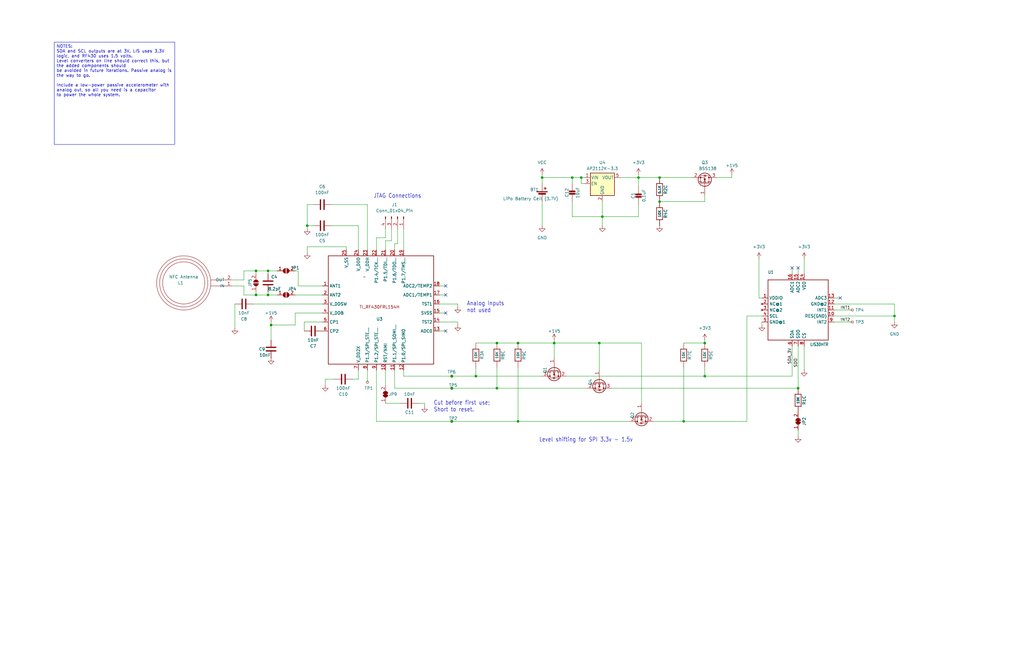
<source format=kicad_sch>
(kicad_sch (version 20230121) (generator eeschema)

  (uuid d06c2f1d-dbc4-4e02-ad40-dbe250181d8e)

  (paper "B")

  (title_block
    (title "RF430 Integrated Accelerometer V1.1")
    (date "2023-11-05")
    (company "Matthew Hamilton")
    (comment 1 "Stanford, CA 94305-9505")
    (comment 2 "350 Jane Stanford Way")
    (comment 3 "Electrical Engineering Department")
    (comment 4 "EE156 / Stanford University")
  )

  (lib_symbols
    (symbol "Connector:Conn_01x04_Pin" (pin_names (offset 1.016) hide) (in_bom yes) (on_board yes)
      (property "Reference" "J" (at 0 5.08 0)
        (effects (font (size 1.27 1.27)))
      )
      (property "Value" "Conn_01x04_Pin" (at 0 -7.62 0)
        (effects (font (size 1.27 1.27)))
      )
      (property "Footprint" "" (at 0 0 0)
        (effects (font (size 1.27 1.27)) hide)
      )
      (property "Datasheet" "~" (at 0 0 0)
        (effects (font (size 1.27 1.27)) hide)
      )
      (property "ki_locked" "" (at 0 0 0)
        (effects (font (size 1.27 1.27)))
      )
      (property "ki_keywords" "connector" (at 0 0 0)
        (effects (font (size 1.27 1.27)) hide)
      )
      (property "ki_description" "Generic connector, single row, 01x04, script generated" (at 0 0 0)
        (effects (font (size 1.27 1.27)) hide)
      )
      (property "ki_fp_filters" "Connector*:*_1x??_*" (at 0 0 0)
        (effects (font (size 1.27 1.27)) hide)
      )
      (symbol "Conn_01x04_Pin_1_1"
        (polyline
          (pts
            (xy 1.27 -5.08)
            (xy 0.8636 -5.08)
          )
          (stroke (width 0.1524) (type default))
          (fill (type none))
        )
        (polyline
          (pts
            (xy 1.27 -2.54)
            (xy 0.8636 -2.54)
          )
          (stroke (width 0.1524) (type default))
          (fill (type none))
        )
        (polyline
          (pts
            (xy 1.27 0)
            (xy 0.8636 0)
          )
          (stroke (width 0.1524) (type default))
          (fill (type none))
        )
        (polyline
          (pts
            (xy 1.27 2.54)
            (xy 0.8636 2.54)
          )
          (stroke (width 0.1524) (type default))
          (fill (type none))
        )
        (rectangle (start 0.8636 -4.953) (end 0 -5.207)
          (stroke (width 0.1524) (type default))
          (fill (type outline))
        )
        (rectangle (start 0.8636 -2.413) (end 0 -2.667)
          (stroke (width 0.1524) (type default))
          (fill (type outline))
        )
        (rectangle (start 0.8636 0.127) (end 0 -0.127)
          (stroke (width 0.1524) (type default))
          (fill (type outline))
        )
        (rectangle (start 0.8636 2.667) (end 0 2.413)
          (stroke (width 0.1524) (type default))
          (fill (type outline))
        )
        (pin passive line (at 5.08 2.54 180) (length 3.81)
          (name "Pin_1" (effects (font (size 1.27 1.27))))
          (number "1" (effects (font (size 1.27 1.27))))
        )
        (pin passive line (at 5.08 0 180) (length 3.81)
          (name "Pin_2" (effects (font (size 1.27 1.27))))
          (number "2" (effects (font (size 1.27 1.27))))
        )
        (pin passive line (at 5.08 -2.54 180) (length 3.81)
          (name "Pin_3" (effects (font (size 1.27 1.27))))
          (number "3" (effects (font (size 1.27 1.27))))
        )
        (pin passive line (at 5.08 -5.08 180) (length 3.81)
          (name "Pin_4" (effects (font (size 1.27 1.27))))
          (number "4" (effects (font (size 1.27 1.27))))
        )
      )
    )
    (symbol "Connector:TestPoint_Small" (pin_numbers hide) (pin_names (offset 0.762) hide) (in_bom yes) (on_board yes)
      (property "Reference" "TP" (at 0 3.81 0)
        (effects (font (size 1.27 1.27)))
      )
      (property "Value" "TestPoint_Small" (at 0 2.032 0)
        (effects (font (size 1.27 1.27)))
      )
      (property "Footprint" "" (at 5.08 0 0)
        (effects (font (size 1.27 1.27)) hide)
      )
      (property "Datasheet" "~" (at 5.08 0 0)
        (effects (font (size 1.27 1.27)) hide)
      )
      (property "ki_keywords" "test point tp" (at 0 0 0)
        (effects (font (size 1.27 1.27)) hide)
      )
      (property "ki_description" "test point" (at 0 0 0)
        (effects (font (size 1.27 1.27)) hide)
      )
      (property "ki_fp_filters" "Pin* Test*" (at 0 0 0)
        (effects (font (size 1.27 1.27)) hide)
      )
      (symbol "TestPoint_Small_0_1"
        (circle (center 0 0) (radius 0.508)
          (stroke (width 0) (type default))
          (fill (type none))
        )
      )
      (symbol "TestPoint_Small_1_1"
        (pin passive line (at 0 0 90) (length 0)
          (name "1" (effects (font (size 1.27 1.27))))
          (number "1" (effects (font (size 1.27 1.27))))
        )
      )
    )
    (symbol "Device:Battery_Cell" (pin_numbers hide) (pin_names (offset 0) hide) (in_bom yes) (on_board yes)
      (property "Reference" "BT" (at 2.54 2.54 0)
        (effects (font (size 1.27 1.27)) (justify left))
      )
      (property "Value" "Battery_Cell" (at 2.54 0 0)
        (effects (font (size 1.27 1.27)) (justify left))
      )
      (property "Footprint" "" (at 0 1.524 90)
        (effects (font (size 1.27 1.27)) hide)
      )
      (property "Datasheet" "~" (at 0 1.524 90)
        (effects (font (size 1.27 1.27)) hide)
      )
      (property "ki_keywords" "battery cell" (at 0 0 0)
        (effects (font (size 1.27 1.27)) hide)
      )
      (property "ki_description" "Single-cell battery" (at 0 0 0)
        (effects (font (size 1.27 1.27)) hide)
      )
      (symbol "Battery_Cell_0_1"
        (rectangle (start -2.286 1.778) (end 2.286 1.524)
          (stroke (width 0) (type default))
          (fill (type outline))
        )
        (rectangle (start -1.524 1.016) (end 1.524 0.508)
          (stroke (width 0) (type default))
          (fill (type outline))
        )
        (polyline
          (pts
            (xy 0 0.762)
            (xy 0 0)
          )
          (stroke (width 0) (type default))
          (fill (type none))
        )
        (polyline
          (pts
            (xy 0 1.778)
            (xy 0 2.54)
          )
          (stroke (width 0) (type default))
          (fill (type none))
        )
        (polyline
          (pts
            (xy 0.762 3.048)
            (xy 1.778 3.048)
          )
          (stroke (width 0.254) (type default))
          (fill (type none))
        )
        (polyline
          (pts
            (xy 1.27 3.556)
            (xy 1.27 2.54)
          )
          (stroke (width 0.254) (type default))
          (fill (type none))
        )
      )
      (symbol "Battery_Cell_1_1"
        (pin passive line (at 0 5.08 270) (length 2.54)
          (name "+" (effects (font (size 1.27 1.27))))
          (number "1" (effects (font (size 1.27 1.27))))
        )
        (pin passive line (at 0 -2.54 90) (length 2.54)
          (name "-" (effects (font (size 1.27 1.27))))
          (number "2" (effects (font (size 1.27 1.27))))
        )
      )
    )
    (symbol "Final_Project-eagle-import:ACCEL_LIS3DHTR" (in_bom yes) (on_board yes)
      (property "Reference" "U" (at -12.7 15.24 0)
        (effects (font (size 1.27 1.0795)) (justify left bottom))
      )
      (property "Value" "" (at 5.08 -15.24 0)
        (effects (font (size 1.27 1.0795)) (justify left bottom))
      )
      (property "Footprint" "Final_Project:LGA16_3X3MM" (at 0 0 0)
        (effects (font (size 1.27 1.27)) hide)
      )
      (property "Datasheet" "" (at 0 0 0)
        (effects (font (size 1.27 1.27)) hide)
      )
      (property "ki_locked" "" (at 0 0 0)
        (effects (font (size 1.27 1.27)))
      )
      (symbol "ACCEL_LIS3DHTR_1_0"
        (polyline
          (pts
            (xy -12.7 -12.7)
            (xy -12.7 12.7)
          )
          (stroke (width 0.254) (type solid))
          (fill (type none))
        )
        (polyline
          (pts
            (xy -12.7 12.7)
            (xy 12.7 12.7)
          )
          (stroke (width 0.254) (type solid))
          (fill (type none))
        )
        (polyline
          (pts
            (xy 12.7 -12.7)
            (xy -12.7 -12.7)
          )
          (stroke (width 0.254) (type solid))
          (fill (type none))
        )
        (polyline
          (pts
            (xy 12.7 12.7)
            (xy 12.7 -12.7)
          )
          (stroke (width 0.254) (type solid))
          (fill (type none))
        )
        (pin power_in line (at -15.24 5.08 0) (length 2.54)
          (name "VDDIO" (effects (font (size 1.27 1.27))))
          (number "1" (effects (font (size 1.27 1.27))))
        )
        (pin bidirectional line (at 15.24 -2.54 180) (length 2.54)
          (name "RES(GND)" (effects (font (size 1.27 1.27))))
          (number "10" (effects (font (size 1.27 1.27))))
        )
        (pin output line (at 15.24 0 180) (length 2.54)
          (name "INT1" (effects (font (size 1.27 1.27))))
          (number "11" (effects (font (size 1.27 1.27))))
        )
        (pin power_in line (at 15.24 2.54 180) (length 2.54)
          (name "GND@2" (effects (font (size 1.27 1.27))))
          (number "12" (effects (font (size 1.27 1.27))))
        )
        (pin input line (at 15.24 5.08 180) (length 2.54)
          (name "ADC3" (effects (font (size 1.27 1.27))))
          (number "13" (effects (font (size 1.27 1.27))))
        )
        (pin power_in line (at 2.54 15.24 270) (length 2.54)
          (name "VDD" (effects (font (size 1.27 1.27))))
          (number "14" (effects (font (size 1.27 1.27))))
        )
        (pin input line (at 0 15.24 270) (length 2.54)
          (name "ADC2" (effects (font (size 1.27 1.27))))
          (number "15" (effects (font (size 1.27 1.27))))
        )
        (pin input line (at -2.54 15.24 270) (length 2.54)
          (name "ADC1" (effects (font (size 1.27 1.27))))
          (number "16" (effects (font (size 1.27 1.27))))
        )
        (pin no_connect line (at -15.24 2.54 0) (length 2.54)
          (name "NC@1" (effects (font (size 1.27 1.27))))
          (number "2" (effects (font (size 1.27 1.27))))
        )
        (pin no_connect line (at -15.24 0 0) (length 2.54)
          (name "NC@2" (effects (font (size 1.27 1.27))))
          (number "3" (effects (font (size 1.27 1.27))))
        )
        (pin bidirectional line (at -15.24 -2.54 0) (length 2.54)
          (name "SCL" (effects (font (size 1.27 1.27))))
          (number "4" (effects (font (size 1.27 1.27))))
        )
        (pin power_in line (at -15.24 -5.08 0) (length 2.54)
          (name "GND@1" (effects (font (size 1.27 1.27))))
          (number "5" (effects (font (size 1.27 1.27))))
        )
        (pin bidirectional line (at -2.54 -15.24 90) (length 2.54)
          (name "SDA" (effects (font (size 1.27 1.27))))
          (number "6" (effects (font (size 1.27 1.27))))
        )
        (pin bidirectional line (at 0 -15.24 90) (length 2.54)
          (name "SDO" (effects (font (size 1.27 1.27))))
          (number "7" (effects (font (size 1.27 1.27))))
        )
        (pin input line (at 2.54 -15.24 90) (length 2.54)
          (name "CS" (effects (font (size 1.27 1.27))))
          (number "8" (effects (font (size 1.27 1.27))))
        )
        (pin output line (at 15.24 -5.08 180) (length 2.54)
          (name "INT2" (effects (font (size 1.27 1.27))))
          (number "9" (effects (font (size 1.27 1.27))))
        )
      )
    )
    (symbol "Final_Project-eagle-import:CAP_CERAMIC0603_NO" (in_bom yes) (on_board yes)
      (property "Reference" "C" (at -2.29 1.25 90)
        (effects (font (size 1.27 1.27)))
      )
      (property "Value" "" (at 2.3 1.25 90)
        (effects (font (size 1.27 1.27)))
      )
      (property "Footprint" "Final_Project:0603-NO" (at 0 0 0)
        (effects (font (size 1.27 1.27)) hide)
      )
      (property "Datasheet" "" (at 0 0 0)
        (effects (font (size 1.27 1.27)) hide)
      )
      (property "ki_locked" "" (at 0 0 0)
        (effects (font (size 1.27 1.27)))
      )
      (symbol "CAP_CERAMIC0603_NO_1_0"
        (rectangle (start -1.27 0.508) (end 1.27 1.016)
          (stroke (width 0) (type default))
          (fill (type outline))
        )
        (rectangle (start -1.27 1.524) (end 1.27 2.032)
          (stroke (width 0) (type default))
          (fill (type outline))
        )
        (polyline
          (pts
            (xy 0 0.762)
            (xy 0 0)
          )
          (stroke (width 0.1524) (type solid))
          (fill (type none))
        )
        (polyline
          (pts
            (xy 0 2.54)
            (xy 0 1.778)
          )
          (stroke (width 0.1524) (type solid))
          (fill (type none))
        )
        (pin passive line (at 0 5.08 270) (length 2.54)
          (name "1" (effects (font (size 0 0))))
          (number "1" (effects (font (size 0 0))))
        )
        (pin passive line (at 0 -2.54 90) (length 2.54)
          (name "2" (effects (font (size 0 0))))
          (number "2" (effects (font (size 0 0))))
        )
      )
    )
    (symbol "Final_Project-eagle-import:CAP_CERAMIC0805-NOOUTLINE" (in_bom yes) (on_board yes)
      (property "Reference" "C" (at -2.29 1.25 90)
        (effects (font (size 1.27 1.27)))
      )
      (property "Value" "" (at 2.3 1.25 90)
        (effects (font (size 1.27 1.27)))
      )
      (property "Footprint" "Final_Project:0805-NO" (at 0 0 0)
        (effects (font (size 1.27 1.27)) hide)
      )
      (property "Datasheet" "" (at 0 0 0)
        (effects (font (size 1.27 1.27)) hide)
      )
      (property "ki_locked" "" (at 0 0 0)
        (effects (font (size 1.27 1.27)))
      )
      (symbol "CAP_CERAMIC0805-NOOUTLINE_1_0"
        (rectangle (start -1.27 0.508) (end 1.27 1.016)
          (stroke (width 0) (type default))
          (fill (type outline))
        )
        (rectangle (start -1.27 1.524) (end 1.27 2.032)
          (stroke (width 0) (type default))
          (fill (type outline))
        )
        (polyline
          (pts
            (xy 0 0.762)
            (xy 0 0)
          )
          (stroke (width 0.1524) (type solid))
          (fill (type none))
        )
        (polyline
          (pts
            (xy 0 2.54)
            (xy 0 1.778)
          )
          (stroke (width 0.1524) (type solid))
          (fill (type none))
        )
        (pin passive line (at 0 5.08 270) (length 2.54)
          (name "1" (effects (font (size 0 0))))
          (number "1" (effects (font (size 0 0))))
        )
        (pin passive line (at 0 -2.54 90) (length 2.54)
          (name "2" (effects (font (size 0 0))))
          (number "2" (effects (font (size 0 0))))
        )
      )
    )
    (symbol "Final_Project-eagle-import:RESISTOR_4PACK" (in_bom yes) (on_board yes)
      (property "Reference" "R" (at 0 2.54 0)
        (effects (font (size 1.27 1.27)))
      )
      (property "Value" "" (at 0 0 0)
        (effects (font (size 1.016 1.016) bold))
      )
      (property "Footprint" "Final_Project:RESPACK_4X0603" (at 0 0 0)
        (effects (font (size 1.27 1.27)) hide)
      )
      (property "Datasheet" "" (at 0 0 0)
        (effects (font (size 1.27 1.27)) hide)
      )
      (property "ki_locked" "" (at 0 0 0)
        (effects (font (size 1.27 1.27)))
      )
      (symbol "RESISTOR_4PACK_1_0"
        (polyline
          (pts
            (xy -2.54 -1.27)
            (xy -2.54 1.27)
          )
          (stroke (width 0.254) (type solid))
          (fill (type none))
        )
        (polyline
          (pts
            (xy -2.54 1.27)
            (xy 2.54 1.27)
          )
          (stroke (width 0.254) (type solid))
          (fill (type none))
        )
        (polyline
          (pts
            (xy 2.54 -1.27)
            (xy -2.54 -1.27)
          )
          (stroke (width 0.254) (type solid))
          (fill (type none))
        )
        (polyline
          (pts
            (xy 2.54 1.27)
            (xy 2.54 -1.27)
          )
          (stroke (width 0.254) (type solid))
          (fill (type none))
        )
        (pin passive line (at -5.08 0 0) (length 2.54)
          (name "1" (effects (font (size 0 0))))
          (number "1" (effects (font (size 0 0))))
        )
        (pin passive line (at 5.08 0 180) (length 2.54)
          (name "2" (effects (font (size 0 0))))
          (number "8" (effects (font (size 0 0))))
        )
      )
      (symbol "RESISTOR_4PACK_2_0"
        (polyline
          (pts
            (xy -2.54 -1.27)
            (xy -2.54 1.27)
          )
          (stroke (width 0.254) (type solid))
          (fill (type none))
        )
        (polyline
          (pts
            (xy -2.54 1.27)
            (xy 2.54 1.27)
          )
          (stroke (width 0.254) (type solid))
          (fill (type none))
        )
        (polyline
          (pts
            (xy 2.54 -1.27)
            (xy -2.54 -1.27)
          )
          (stroke (width 0.254) (type solid))
          (fill (type none))
        )
        (polyline
          (pts
            (xy 2.54 1.27)
            (xy 2.54 -1.27)
          )
          (stroke (width 0.254) (type solid))
          (fill (type none))
        )
        (pin passive line (at -5.08 0 0) (length 2.54)
          (name "1" (effects (font (size 0 0))))
          (number "2" (effects (font (size 0 0))))
        )
        (pin passive line (at 5.08 0 180) (length 2.54)
          (name "2" (effects (font (size 0 0))))
          (number "7" (effects (font (size 0 0))))
        )
      )
      (symbol "RESISTOR_4PACK_3_0"
        (polyline
          (pts
            (xy -2.54 -1.27)
            (xy -2.54 1.27)
          )
          (stroke (width 0.254) (type solid))
          (fill (type none))
        )
        (polyline
          (pts
            (xy -2.54 1.27)
            (xy 2.54 1.27)
          )
          (stroke (width 0.254) (type solid))
          (fill (type none))
        )
        (polyline
          (pts
            (xy 2.54 -1.27)
            (xy -2.54 -1.27)
          )
          (stroke (width 0.254) (type solid))
          (fill (type none))
        )
        (polyline
          (pts
            (xy 2.54 1.27)
            (xy 2.54 -1.27)
          )
          (stroke (width 0.254) (type solid))
          (fill (type none))
        )
        (pin passive line (at -5.08 0 0) (length 2.54)
          (name "1" (effects (font (size 0 0))))
          (number "3" (effects (font (size 0 0))))
        )
        (pin passive line (at 5.08 0 180) (length 2.54)
          (name "2" (effects (font (size 0 0))))
          (number "6" (effects (font (size 0 0))))
        )
      )
      (symbol "RESISTOR_4PACK_4_0"
        (polyline
          (pts
            (xy -2.54 -1.27)
            (xy -2.54 1.27)
          )
          (stroke (width 0.254) (type solid))
          (fill (type none))
        )
        (polyline
          (pts
            (xy -2.54 1.27)
            (xy 2.54 1.27)
          )
          (stroke (width 0.254) (type solid))
          (fill (type none))
        )
        (polyline
          (pts
            (xy 2.54 -1.27)
            (xy -2.54 -1.27)
          )
          (stroke (width 0.254) (type solid))
          (fill (type none))
        )
        (polyline
          (pts
            (xy 2.54 1.27)
            (xy 2.54 -1.27)
          )
          (stroke (width 0.254) (type solid))
          (fill (type none))
        )
        (pin passive line (at -5.08 0 0) (length 2.54)
          (name "1" (effects (font (size 0 0))))
          (number "4" (effects (font (size 0 0))))
        )
        (pin passive line (at 5.08 0 180) (length 2.54)
          (name "2" (effects (font (size 0 0))))
          (number "5" (effects (font (size 0 0))))
        )
      )
    )
    (symbol "Jumper:SolderJumper_2_Bridged" (pin_names (offset 0) hide) (in_bom yes) (on_board yes)
      (property "Reference" "JP" (at 0 2.032 0)
        (effects (font (size 1.27 1.27)))
      )
      (property "Value" "SolderJumper_2_Bridged" (at 0 -2.54 0)
        (effects (font (size 1.27 1.27)))
      )
      (property "Footprint" "" (at 0 0 0)
        (effects (font (size 1.27 1.27)) hide)
      )
      (property "Datasheet" "~" (at 0 0 0)
        (effects (font (size 1.27 1.27)) hide)
      )
      (property "ki_keywords" "solder jumper SPST" (at 0 0 0)
        (effects (font (size 1.27 1.27)) hide)
      )
      (property "ki_description" "Solder Jumper, 2-pole, closed/bridged" (at 0 0 0)
        (effects (font (size 1.27 1.27)) hide)
      )
      (property "ki_fp_filters" "SolderJumper*Bridged*" (at 0 0 0)
        (effects (font (size 1.27 1.27)) hide)
      )
      (symbol "SolderJumper_2_Bridged_0_1"
        (rectangle (start -0.508 0.508) (end 0.508 -0.508)
          (stroke (width 0) (type default))
          (fill (type outline))
        )
        (arc (start -0.254 1.016) (mid -1.2656 0) (end -0.254 -1.016)
          (stroke (width 0) (type default))
          (fill (type none))
        )
        (arc (start -0.254 1.016) (mid -1.2656 0) (end -0.254 -1.016)
          (stroke (width 0) (type default))
          (fill (type outline))
        )
        (polyline
          (pts
            (xy -0.254 1.016)
            (xy -0.254 -1.016)
          )
          (stroke (width 0) (type default))
          (fill (type none))
        )
        (polyline
          (pts
            (xy 0.254 1.016)
            (xy 0.254 -1.016)
          )
          (stroke (width 0) (type default))
          (fill (type none))
        )
        (arc (start 0.254 -1.016) (mid 1.2656 0) (end 0.254 1.016)
          (stroke (width 0) (type default))
          (fill (type none))
        )
        (arc (start 0.254 -1.016) (mid 1.2656 0) (end 0.254 1.016)
          (stroke (width 0) (type default))
          (fill (type outline))
        )
      )
      (symbol "SolderJumper_2_Bridged_1_1"
        (pin passive line (at -3.81 0 0) (length 2.54)
          (name "A" (effects (font (size 1.27 1.27))))
          (number "1" (effects (font (size 1.27 1.27))))
        )
        (pin passive line (at 3.81 0 180) (length 2.54)
          (name "B" (effects (font (size 1.27 1.27))))
          (number "2" (effects (font (size 1.27 1.27))))
        )
      )
    )
    (symbol "Jumper:SolderJumper_2_Open" (pin_names (offset 0) hide) (in_bom yes) (on_board yes)
      (property "Reference" "JP" (at 0 2.032 0)
        (effects (font (size 1.27 1.27)))
      )
      (property "Value" "SolderJumper_2_Open" (at 0 -2.54 0)
        (effects (font (size 1.27 1.27)))
      )
      (property "Footprint" "" (at 0 0 0)
        (effects (font (size 1.27 1.27)) hide)
      )
      (property "Datasheet" "~" (at 0 0 0)
        (effects (font (size 1.27 1.27)) hide)
      )
      (property "ki_keywords" "solder jumper SPST" (at 0 0 0)
        (effects (font (size 1.27 1.27)) hide)
      )
      (property "ki_description" "Solder Jumper, 2-pole, open" (at 0 0 0)
        (effects (font (size 1.27 1.27)) hide)
      )
      (property "ki_fp_filters" "SolderJumper*Open*" (at 0 0 0)
        (effects (font (size 1.27 1.27)) hide)
      )
      (symbol "SolderJumper_2_Open_0_1"
        (arc (start -0.254 1.016) (mid -1.2656 0) (end -0.254 -1.016)
          (stroke (width 0) (type default))
          (fill (type none))
        )
        (arc (start -0.254 1.016) (mid -1.2656 0) (end -0.254 -1.016)
          (stroke (width 0) (type default))
          (fill (type outline))
        )
        (polyline
          (pts
            (xy -0.254 1.016)
            (xy -0.254 -1.016)
          )
          (stroke (width 0) (type default))
          (fill (type none))
        )
        (polyline
          (pts
            (xy 0.254 1.016)
            (xy 0.254 -1.016)
          )
          (stroke (width 0) (type default))
          (fill (type none))
        )
        (arc (start 0.254 -1.016) (mid 1.2656 0) (end 0.254 1.016)
          (stroke (width 0) (type default))
          (fill (type none))
        )
        (arc (start 0.254 -1.016) (mid 1.2656 0) (end 0.254 1.016)
          (stroke (width 0) (type default))
          (fill (type outline))
        )
      )
      (symbol "SolderJumper_2_Open_1_1"
        (pin passive line (at -3.81 0 0) (length 2.54)
          (name "A" (effects (font (size 1.27 1.27))))
          (number "1" (effects (font (size 1.27 1.27))))
        )
        (pin passive line (at 3.81 0 180) (length 2.54)
          (name "B" (effects (font (size 1.27 1.27))))
          (number "2" (effects (font (size 1.27 1.27))))
        )
      )
    )
    (symbol "Lab_3:C" (pin_numbers hide) (pin_names (offset 0.254)) (in_bom yes) (on_board yes)
      (property "Reference" "C" (at 0.635 2.54 0)
        (effects (font (size 1.27 1.27)) (justify left))
      )
      (property "Value" "C" (at 0.635 -2.54 0)
        (effects (font (size 1.27 1.27)) (justify left))
      )
      (property "Footprint" "" (at 0.9652 -3.81 0)
        (effects (font (size 1.27 1.27)) hide)
      )
      (property "Datasheet" "~" (at 0 0 0)
        (effects (font (size 1.27 1.27)) hide)
      )
      (property "ki_keywords" "cap capacitor" (at 0 0 0)
        (effects (font (size 1.27 1.27)) hide)
      )
      (property "ki_description" "Unpolarized capacitor" (at 0 0 0)
        (effects (font (size 1.27 1.27)) hide)
      )
      (property "ki_fp_filters" "C_*" (at 0 0 0)
        (effects (font (size 1.27 1.27)) hide)
      )
      (symbol "C_0_1"
        (polyline
          (pts
            (xy -2.032 -0.762)
            (xy 2.032 -0.762)
          )
          (stroke (width 0.508) (type default))
          (fill (type none))
        )
        (polyline
          (pts
            (xy -2.032 0.762)
            (xy 2.032 0.762)
          )
          (stroke (width 0.508) (type default))
          (fill (type none))
        )
      )
      (symbol "C_1_1"
        (pin passive line (at 0 3.81 270) (length 2.794)
          (name "~" (effects (font (size 1.27 1.27))))
          (number "1" (effects (font (size 1.27 1.27))))
        )
        (pin passive line (at 0 -3.81 90) (length 2.794)
          (name "~" (effects (font (size 1.27 1.27))))
          (number "2" (effects (font (size 1.27 1.27))))
        )
      )
    )
    (symbol "RF430FRL154H:RF430FRL154H" (in_bom yes) (on_board yes)
      (property "Reference" "U3" (at 0 -3.81 0)
        (effects (font (size 1.27 1.27)))
      )
      (property "Value" "~" (at -6.35 13.97 0)
        (effects (font (size 1.27 1.27)))
      )
      (property "Footprint" "for_school:QFN50P400X400X100-25N" (at -6.35 13.97 0)
        (effects (font (size 1.27 1.27)) hide)
      )
      (property "Datasheet" "https://www.ti.com/lit/ds/symlink/rf430frl154h.pdf?ts=1696798509945&ref_url=https%253A%252F%252Fwww.ti.com%252Fproduct%252FRF430FRL154H" (at -6.35 13.97 0)
        (effects (font (size 1.27 1.27)) hide)
      )
      (symbol "RF430FRL154H_1_1"
        (rectangle (start -21.59 22.86) (end 22.86 -22.86)
          (stroke (width 0.254) (type default))
          (fill (type none))
        )
        (text "TI_RF430FRL154H" (at 0 1.27 0)
          (effects (font (size 1.27 1.27)))
        )
        (pin input line (at -24.13 10.16 0) (length 2.54)
          (name "ANT1" (effects (font (size 1.27 1.27))))
          (number "1" (effects (font (size 1.27 1.27))))
        )
        (pin input line (at 2.54 -25.4 90) (length 2.54)
          (name "RST/NMI" (effects (font (size 1.27 1.27))))
          (number "10" (effects (font (size 1.27 1.27))))
        )
        (pin bidirectional line (at 6.35 -25.4 90) (length 2.54)
          (name "P1.1/SPI_SOMI..." (effects (font (size 1.27 1.27))))
          (number "11" (effects (font (size 1.27 1.27))))
        )
        (pin bidirectional line (at 10.16 -25.4 90) (length 2.54)
          (name "P1.0/SPI_SIMO" (effects (font (size 1.27 1.27))))
          (number "12" (effects (font (size 1.27 1.27))))
        )
        (pin bidirectional line (at 25.4 -8.89 180) (length 2.54)
          (name "ADC0" (effects (font (size 1.27 1.27))))
          (number "13" (effects (font (size 1.27 1.27))))
        )
        (pin unspecified line (at 25.4 -5.08 180) (length 2.54)
          (name "TST2" (effects (font (size 1.27 1.27))))
          (number "14" (effects (font (size 1.27 1.27))))
        )
        (pin unspecified line (at 25.4 -1.27 180) (length 2.54)
          (name "SVSS" (effects (font (size 1.27 1.27))))
          (number "15" (effects (font (size 1.27 1.27))))
        )
        (pin unspecified line (at 25.4 2.54 180) (length 2.54)
          (name "TST1" (effects (font (size 1.27 1.27))))
          (number "16" (effects (font (size 1.27 1.27))))
        )
        (pin unspecified line (at 25.4 6.35 180) (length 2.54)
          (name "ADC1/TEMP1" (effects (font (size 1.27 1.27))))
          (number "17" (effects (font (size 1.27 1.27))))
        )
        (pin unspecified line (at 25.4 10.16 180) (length 2.54)
          (name "ADC2/TEMP2" (effects (font (size 1.27 1.27))))
          (number "18" (effects (font (size 1.27 1.27))))
        )
        (pin bidirectional line (at 10.16 25.4 270) (length 2.54)
          (name "P1.7/TMS..." (effects (font (size 1.27 1.27))))
          (number "19" (effects (font (size 1.27 1.27))))
        )
        (pin input line (at -24.13 6.35 0) (length 2.54)
          (name "ANT2" (effects (font (size 1.27 1.27))))
          (number "2" (effects (font (size 1.27 1.27))))
        )
        (pin bidirectional line (at 6.35 25.4 270) (length 2.54)
          (name "P1.6/TDO..." (effects (font (size 1.27 1.27))))
          (number "20" (effects (font (size 1.27 1.27))))
        )
        (pin bidirectional line (at 2.54 25.4 270) (length 2.54)
          (name "P1.5/TDI..." (effects (font (size 1.27 1.27))))
          (number "21" (effects (font (size 1.27 1.27))))
        )
        (pin bidirectional line (at -1.27 25.4 270) (length 2.54)
          (name "P1.4/TCK..." (effects (font (size 1.27 1.27))))
          (number "22" (effects (font (size 1.27 1.27))))
        )
        (pin output line (at -5.08 25.4 270) (length 2.54)
          (name "V_DDH" (effects (font (size 1.27 1.27))))
          (number "23" (effects (font (size 1.27 1.27))))
        )
        (pin unspecified line (at -8.89 25.4 270) (length 2.54)
          (name "V_DDD" (effects (font (size 1.27 1.27))))
          (number "24" (effects (font (size 1.27 1.27))))
        )
        (pin output line (at -13.97 25.4 270) (length 2.54)
          (name "V_SS" (effects (font (size 1.27 1.27))))
          (number "25" (effects (font (size 1.27 1.27))))
        )
        (pin power_in line (at -24.13 2.54 0) (length 2.54)
          (name "V_DDSW" (effects (font (size 1.27 1.27))))
          (number "3" (effects (font (size 1.27 1.27))))
        )
        (pin power_in line (at -24.13 -1.27 0) (length 2.54)
          (name "V_DDB" (effects (font (size 1.27 1.27))))
          (number "4" (effects (font (size 1.27 1.27))))
        )
        (pin input line (at -24.13 -5.08 0) (length 2.54)
          (name "CP1" (effects (font (size 1.27 1.27))))
          (number "5" (effects (font (size 1.27 1.27))))
        )
        (pin input line (at -24.13 -8.89 0) (length 2.54)
          (name "CP2" (effects (font (size 1.27 1.27))))
          (number "6" (effects (font (size 1.27 1.27))))
        )
        (pin output line (at -8.89 -25.4 90) (length 2.54)
          (name "V_DD2X" (effects (font (size 1.27 1.27))))
          (number "7" (effects (font (size 1.27 1.27))))
        )
        (pin bidirectional line (at -5.08 -25.4 90) (length 2.54)
          (name "P1.3/SPI_STE..." (effects (font (size 1.27 1.27))))
          (number "8" (effects (font (size 1.27 1.27))))
        )
        (pin bidirectional line (at -1.27 -25.4 90) (length 2.54)
          (name "P1.2/SPI_STE..." (effects (font (size 1.27 1.27))))
          (number "9" (effects (font (size 1.27 1.27))))
        )
      )
    )
    (symbol "Regulator_Linear:AP2112K-3.3" (pin_names (offset 0.254)) (in_bom yes) (on_board yes)
      (property "Reference" "U" (at -5.08 5.715 0)
        (effects (font (size 1.27 1.27)) (justify left))
      )
      (property "Value" "AP2112K-3.3" (at 0 5.715 0)
        (effects (font (size 1.27 1.27)) (justify left))
      )
      (property "Footprint" "Package_TO_SOT_SMD:SOT-23-5" (at 0 8.255 0)
        (effects (font (size 1.27 1.27)) hide)
      )
      (property "Datasheet" "https://www.diodes.com/assets/Datasheets/AP2112.pdf" (at 0 2.54 0)
        (effects (font (size 1.27 1.27)) hide)
      )
      (property "ki_keywords" "linear regulator ldo fixed positive" (at 0 0 0)
        (effects (font (size 1.27 1.27)) hide)
      )
      (property "ki_description" "600mA low dropout linear regulator, with enable pin, 3.8V-6V input voltage range, 3.3V fixed positive output, SOT-23-5" (at 0 0 0)
        (effects (font (size 1.27 1.27)) hide)
      )
      (property "ki_fp_filters" "SOT?23?5*" (at 0 0 0)
        (effects (font (size 1.27 1.27)) hide)
      )
      (symbol "AP2112K-3.3_0_1"
        (rectangle (start -5.08 4.445) (end 5.08 -5.08)
          (stroke (width 0.254) (type default))
          (fill (type background))
        )
      )
      (symbol "AP2112K-3.3_1_1"
        (pin power_in line (at -7.62 2.54 0) (length 2.54)
          (name "VIN" (effects (font (size 1.27 1.27))))
          (number "1" (effects (font (size 1.27 1.27))))
        )
        (pin power_in line (at 0 -7.62 90) (length 2.54)
          (name "GND" (effects (font (size 1.27 1.27))))
          (number "2" (effects (font (size 1.27 1.27))))
        )
        (pin input line (at -7.62 0 0) (length 2.54)
          (name "EN" (effects (font (size 1.27 1.27))))
          (number "3" (effects (font (size 1.27 1.27))))
        )
        (pin no_connect line (at 5.08 0 180) (length 2.54) hide
          (name "NC" (effects (font (size 1.27 1.27))))
          (number "4" (effects (font (size 1.27 1.27))))
        )
        (pin power_out line (at 7.62 2.54 180) (length 2.54)
          (name "VOUT" (effects (font (size 1.27 1.27))))
          (number "5" (effects (font (size 1.27 1.27))))
        )
      )
    )
    (symbol "Transistor_FET:BSS138" (pin_names hide) (in_bom yes) (on_board yes)
      (property "Reference" "Q" (at 5.08 1.905 0)
        (effects (font (size 1.27 1.27)) (justify left))
      )
      (property "Value" "BSS138" (at 5.08 0 0)
        (effects (font (size 1.27 1.27)) (justify left))
      )
      (property "Footprint" "Package_TO_SOT_SMD:SOT-23" (at 5.08 -1.905 0)
        (effects (font (size 1.27 1.27) italic) (justify left) hide)
      )
      (property "Datasheet" "https://www.onsemi.com/pub/Collateral/BSS138-D.PDF" (at 0 0 0)
        (effects (font (size 1.27 1.27)) (justify left) hide)
      )
      (property "ki_keywords" "N-Channel MOSFET" (at 0 0 0)
        (effects (font (size 1.27 1.27)) hide)
      )
      (property "ki_description" "50V Vds, 0.22A Id, N-Channel MOSFET, SOT-23" (at 0 0 0)
        (effects (font (size 1.27 1.27)) hide)
      )
      (property "ki_fp_filters" "SOT?23*" (at 0 0 0)
        (effects (font (size 1.27 1.27)) hide)
      )
      (symbol "BSS138_0_1"
        (polyline
          (pts
            (xy 0.254 0)
            (xy -2.54 0)
          )
          (stroke (width 0) (type default))
          (fill (type none))
        )
        (polyline
          (pts
            (xy 0.254 1.905)
            (xy 0.254 -1.905)
          )
          (stroke (width 0.254) (type default))
          (fill (type none))
        )
        (polyline
          (pts
            (xy 0.762 -1.27)
            (xy 0.762 -2.286)
          )
          (stroke (width 0.254) (type default))
          (fill (type none))
        )
        (polyline
          (pts
            (xy 0.762 0.508)
            (xy 0.762 -0.508)
          )
          (stroke (width 0.254) (type default))
          (fill (type none))
        )
        (polyline
          (pts
            (xy 0.762 2.286)
            (xy 0.762 1.27)
          )
          (stroke (width 0.254) (type default))
          (fill (type none))
        )
        (polyline
          (pts
            (xy 2.54 2.54)
            (xy 2.54 1.778)
          )
          (stroke (width 0) (type default))
          (fill (type none))
        )
        (polyline
          (pts
            (xy 2.54 -2.54)
            (xy 2.54 0)
            (xy 0.762 0)
          )
          (stroke (width 0) (type default))
          (fill (type none))
        )
        (polyline
          (pts
            (xy 0.762 -1.778)
            (xy 3.302 -1.778)
            (xy 3.302 1.778)
            (xy 0.762 1.778)
          )
          (stroke (width 0) (type default))
          (fill (type none))
        )
        (polyline
          (pts
            (xy 1.016 0)
            (xy 2.032 0.381)
            (xy 2.032 -0.381)
            (xy 1.016 0)
          )
          (stroke (width 0) (type default))
          (fill (type outline))
        )
        (polyline
          (pts
            (xy 2.794 0.508)
            (xy 2.921 0.381)
            (xy 3.683 0.381)
            (xy 3.81 0.254)
          )
          (stroke (width 0) (type default))
          (fill (type none))
        )
        (polyline
          (pts
            (xy 3.302 0.381)
            (xy 2.921 -0.254)
            (xy 3.683 -0.254)
            (xy 3.302 0.381)
          )
          (stroke (width 0) (type default))
          (fill (type none))
        )
        (circle (center 1.651 0) (radius 2.794)
          (stroke (width 0.254) (type default))
          (fill (type none))
        )
        (circle (center 2.54 -1.778) (radius 0.254)
          (stroke (width 0) (type default))
          (fill (type outline))
        )
        (circle (center 2.54 1.778) (radius 0.254)
          (stroke (width 0) (type default))
          (fill (type outline))
        )
      )
      (symbol "BSS138_1_1"
        (pin input line (at -5.08 0 0) (length 2.54)
          (name "G" (effects (font (size 1.27 1.27))))
          (number "1" (effects (font (size 1.27 1.27))))
        )
        (pin passive line (at 2.54 -5.08 90) (length 2.54)
          (name "S" (effects (font (size 1.27 1.27))))
          (number "2" (effects (font (size 1.27 1.27))))
        )
        (pin passive line (at 2.54 5.08 270) (length 2.54)
          (name "D" (effects (font (size 1.27 1.27))))
          (number "3" (effects (font (size 1.27 1.27))))
        )
      )
    )
    (symbol "for_school:NFC_ANT" (in_bom yes) (on_board yes)
      (property "Reference" "L1" (at 12.7 0 0)
        (effects (font (size 1.27 1.27)))
      )
      (property "Value" "NFC Antenna" (at 11.43 -2.54 0)
        (effects (font (size 1.27 1.27)))
      )
      (property "Footprint" "" (at 0 0 0)
        (effects (font (size 1.27 1.27)) hide)
      )
      (property "Datasheet" "" (at 0 0 0)
        (effects (font (size 1.27 1.27)) hide)
      )
      (symbol "NFC_ANT_0_1"
        (polyline
          (pts
            (xy -6.35 -1.27)
            (xy 0 -1.27)
          )
          (stroke (width 0) (type default))
          (fill (type none))
        )
        (polyline
          (pts
            (xy 0 1.27)
            (xy -6.35 1.27)
          )
          (stroke (width 0) (type default))
          (fill (type none))
        )
        (circle (center 11.43 0) (radius 8.89)
          (stroke (width 0) (type default))
          (fill (type none))
        )
        (circle (center 11.43 0) (radius 10.16)
          (stroke (width 0) (type default))
          (fill (type none))
        )
        (circle (center 11.43 0) (radius 11.43)
          (stroke (width 0) (type default))
          (fill (type none))
        )
      )
      (symbol "NFC_ANT_1_1"
        (pin passive line (at -8.89 1.27 0) (length 2.54)
          (name "IN" (effects (font (size 1.27 1.27))))
          (number "1" (effects (font (size 1.27 1.27))))
        )
        (pin passive line (at -8.89 -1.27 0) (length 2.54)
          (name "OUT" (effects (font (size 1.27 1.27))))
          (number "2" (effects (font (size 1.27 1.27))))
        )
      )
    )
    (symbol "power:+1V5" (power) (pin_names (offset 0)) (in_bom yes) (on_board yes)
      (property "Reference" "#PWR" (at 0 -3.81 0)
        (effects (font (size 1.27 1.27)) hide)
      )
      (property "Value" "+1V5" (at 0 3.556 0)
        (effects (font (size 1.27 1.27)))
      )
      (property "Footprint" "" (at 0 0 0)
        (effects (font (size 1.27 1.27)) hide)
      )
      (property "Datasheet" "" (at 0 0 0)
        (effects (font (size 1.27 1.27)) hide)
      )
      (property "ki_keywords" "global power" (at 0 0 0)
        (effects (font (size 1.27 1.27)) hide)
      )
      (property "ki_description" "Power symbol creates a global label with name \"+1V5\"" (at 0 0 0)
        (effects (font (size 1.27 1.27)) hide)
      )
      (symbol "+1V5_0_1"
        (polyline
          (pts
            (xy -0.762 1.27)
            (xy 0 2.54)
          )
          (stroke (width 0) (type default))
          (fill (type none))
        )
        (polyline
          (pts
            (xy 0 0)
            (xy 0 2.54)
          )
          (stroke (width 0) (type default))
          (fill (type none))
        )
        (polyline
          (pts
            (xy 0 2.54)
            (xy 0.762 1.27)
          )
          (stroke (width 0) (type default))
          (fill (type none))
        )
      )
      (symbol "+1V5_1_1"
        (pin power_in line (at 0 0 90) (length 0) hide
          (name "+1V5" (effects (font (size 1.27 1.27))))
          (number "1" (effects (font (size 1.27 1.27))))
        )
      )
    )
    (symbol "power:+3V3" (power) (pin_names (offset 0)) (in_bom yes) (on_board yes)
      (property "Reference" "#PWR" (at 0 -3.81 0)
        (effects (font (size 1.27 1.27)) hide)
      )
      (property "Value" "+3V3" (at 0 3.556 0)
        (effects (font (size 1.27 1.27)))
      )
      (property "Footprint" "" (at 0 0 0)
        (effects (font (size 1.27 1.27)) hide)
      )
      (property "Datasheet" "" (at 0 0 0)
        (effects (font (size 1.27 1.27)) hide)
      )
      (property "ki_keywords" "global power" (at 0 0 0)
        (effects (font (size 1.27 1.27)) hide)
      )
      (property "ki_description" "Power symbol creates a global label with name \"+3V3\"" (at 0 0 0)
        (effects (font (size 1.27 1.27)) hide)
      )
      (symbol "+3V3_0_1"
        (polyline
          (pts
            (xy -0.762 1.27)
            (xy 0 2.54)
          )
          (stroke (width 0) (type default))
          (fill (type none))
        )
        (polyline
          (pts
            (xy 0 0)
            (xy 0 2.54)
          )
          (stroke (width 0) (type default))
          (fill (type none))
        )
        (polyline
          (pts
            (xy 0 2.54)
            (xy 0.762 1.27)
          )
          (stroke (width 0) (type default))
          (fill (type none))
        )
      )
      (symbol "+3V3_1_1"
        (pin power_in line (at 0 0 90) (length 0) hide
          (name "+3V3" (effects (font (size 1.27 1.27))))
          (number "1" (effects (font (size 1.27 1.27))))
        )
      )
    )
    (symbol "power:GND" (power) (pin_names (offset 0)) (in_bom yes) (on_board yes)
      (property "Reference" "#PWR" (at 0 -6.35 0)
        (effects (font (size 1.27 1.27)) hide)
      )
      (property "Value" "GND" (at 0 -3.81 0)
        (effects (font (size 1.27 1.27)))
      )
      (property "Footprint" "" (at 0 0 0)
        (effects (font (size 1.27 1.27)) hide)
      )
      (property "Datasheet" "" (at 0 0 0)
        (effects (font (size 1.27 1.27)) hide)
      )
      (property "ki_keywords" "global power" (at 0 0 0)
        (effects (font (size 1.27 1.27)) hide)
      )
      (property "ki_description" "Power symbol creates a global label with name \"GND\" , ground" (at 0 0 0)
        (effects (font (size 1.27 1.27)) hide)
      )
      (symbol "GND_0_1"
        (polyline
          (pts
            (xy 0 0)
            (xy 0 -1.27)
            (xy 1.27 -1.27)
            (xy 0 -2.54)
            (xy -1.27 -1.27)
            (xy 0 -1.27)
          )
          (stroke (width 0) (type default))
          (fill (type none))
        )
      )
      (symbol "GND_1_1"
        (pin power_in line (at 0 0 270) (length 0) hide
          (name "GND" (effects (font (size 1.27 1.27))))
          (number "1" (effects (font (size 1.27 1.27))))
        )
      )
    )
    (symbol "power:VCC" (power) (pin_names (offset 0)) (in_bom yes) (on_board yes)
      (property "Reference" "#PWR" (at 0 -3.81 0)
        (effects (font (size 1.27 1.27)) hide)
      )
      (property "Value" "VCC" (at 0 3.81 0)
        (effects (font (size 1.27 1.27)))
      )
      (property "Footprint" "" (at 0 0 0)
        (effects (font (size 1.27 1.27)) hide)
      )
      (property "Datasheet" "" (at 0 0 0)
        (effects (font (size 1.27 1.27)) hide)
      )
      (property "ki_keywords" "global power" (at 0 0 0)
        (effects (font (size 1.27 1.27)) hide)
      )
      (property "ki_description" "Power symbol creates a global label with name \"VCC\"" (at 0 0 0)
        (effects (font (size 1.27 1.27)) hide)
      )
      (symbol "VCC_0_1"
        (polyline
          (pts
            (xy -0.762 1.27)
            (xy 0 2.54)
          )
          (stroke (width 0) (type default))
          (fill (type none))
        )
        (polyline
          (pts
            (xy 0 0)
            (xy 0 2.54)
          )
          (stroke (width 0) (type default))
          (fill (type none))
        )
        (polyline
          (pts
            (xy 0 2.54)
            (xy 0.762 1.27)
          )
          (stroke (width 0) (type default))
          (fill (type none))
        )
      )
      (symbol "VCC_1_1"
        (pin power_in line (at 0 0 90) (length 0) hide
          (name "VCC" (effects (font (size 1.27 1.27))))
          (number "1" (effects (font (size 1.27 1.27))))
        )
      )
    )
  )

  (junction (at 336.55 163.83) (diameter 0) (color 0 0 0 0)
    (uuid 04e53ab0-1c6d-4ae3-b4b7-75e495d8733b)
  )
  (junction (at 113.03 124.46) (diameter 0) (color 0 0 0 0)
    (uuid 0576c1d5-cf9f-4b0f-aa8c-668089d90adb)
  )
  (junction (at 113.03 114.3) (diameter 0) (color 0 0 0 0)
    (uuid 120db711-e019-4551-ac72-6601342ecb34)
  )
  (junction (at 254 91.44) (diameter 0) (color 0 0 0 0)
    (uuid 130068cb-563e-4842-9a2d-255099ef4f8b)
  )
  (junction (at 288.29 177.8) (diameter 0) (color 0 0 0 0)
    (uuid 13ffcb4f-d43c-4284-9fc7-569720fbe953)
  )
  (junction (at 245.11 74.93) (diameter 0) (color 0 0 0 0)
    (uuid 15da5ecf-a746-4dcf-ae00-60bb4b434250)
  )
  (junction (at 278.13 74.93) (diameter 0) (color 0 0 0 0)
    (uuid 1869de04-9ad0-4cfa-8f05-eeb679b1e665)
  )
  (junction (at 377.19 133.35) (diameter 0) (color 0 0 0 0)
    (uuid 1a43bfc0-4fbb-4462-b6a7-8a8cd1c8c13b)
  )
  (junction (at 233.68 144.78) (diameter 0) (color 0 0 0 0)
    (uuid 23904d36-8f12-4483-a466-6292ee730599)
  )
  (junction (at 297.18 144.78) (diameter 0) (color 0 0 0 0)
    (uuid 23f60815-7f66-4b89-b342-6f09b64eab3e)
  )
  (junction (at 209.55 163.83) (diameter 0) (color 0 0 0 0)
    (uuid 2a94fcde-9776-4023-8c7c-8275c0c1a172)
  )
  (junction (at 107.95 124.46) (diameter 0) (color 0 0 0 0)
    (uuid 4dddfa87-cae7-436e-a8d3-186388217e53)
  )
  (junction (at 241.3 74.93) (diameter 0) (color 0 0 0 0)
    (uuid 4f3722ce-5b50-41e3-9cc3-2b2effb6daa6)
  )
  (junction (at 107.95 114.3) (diameter 0) (color 0 0 0 0)
    (uuid 4ff69c0d-e445-4d30-a35e-1c5037a7c256)
  )
  (junction (at 228.6 74.93) (diameter 0) (color 0 0 0 0)
    (uuid 88c00ff2-88f2-4f8d-9bff-5ec8249d6c81)
  )
  (junction (at 297.18 158.75) (diameter 0) (color 0 0 0 0)
    (uuid 88dc654f-eeef-458a-a4f6-8233396d1dd5)
  )
  (junction (at 114.3 137.16) (diameter 0) (color 0 0 0 0)
    (uuid 8b605949-6b9f-4e0c-b101-b7af34e8311a)
  )
  (junction (at 218.44 177.8) (diameter 0) (color 0 0 0 0)
    (uuid 8e4a453c-e631-4f7f-819c-2674e52cdc29)
  )
  (junction (at 278.13 85.09) (diameter 0) (color 0 0 0 0)
    (uuid 9e63e949-39a8-4581-bccb-39bb6eeb910e)
  )
  (junction (at 218.44 144.78) (diameter 0) (color 0 0 0 0)
    (uuid ae48eb86-a8fc-4194-b11c-356def48225d)
  )
  (junction (at 209.55 144.78) (diameter 0) (color 0 0 0 0)
    (uuid c352383d-dea7-423d-9688-5d7148c3b9a8)
  )
  (junction (at 190.5 163.83) (diameter 0) (color 0 0 0 0)
    (uuid c5efebec-4008-4ec1-bb7f-e99ec3b8ea7d)
  )
  (junction (at 252.73 144.78) (diameter 0) (color 0 0 0 0)
    (uuid ccdb3f5f-3094-446b-9fd4-de106e56bc42)
  )
  (junction (at 190.5 158.75) (diameter 0) (color 0 0 0 0)
    (uuid d068dcef-7a1e-4593-b08a-62ea27aa6da6)
  )
  (junction (at 190.5 177.8) (diameter 0) (color 0 0 0 0)
    (uuid da9ed9f1-cba8-4078-81ae-23617178b5b8)
  )
  (junction (at 200.66 158.75) (diameter 0) (color 0 0 0 0)
    (uuid e69662b6-7010-480b-aa68-aede940f8d1e)
  )
  (junction (at 269.24 74.93) (diameter 0) (color 0 0 0 0)
    (uuid e6a1385b-8dde-4b9a-9fae-dd0adad1acb6)
  )
  (junction (at 129.54 95.25) (diameter 0) (color 0 0 0 0)
    (uuid f9878524-332d-43e9-a7d8-88524c88dbbf)
  )

  (no_connect (at 354.33 125.73) (uuid 0b2bdb44-949e-41e4-9707-8a2628017f4f))
  (no_connect (at 187.96 139.7) (uuid 72cfac23-7877-4d97-b690-5b9fa4af1c1c))
  (no_connect (at 187.96 124.46) (uuid b9907a72-e5f9-4fa3-9e97-dce566c1e01a))
  (no_connect (at 336.55 113.03) (uuid b9dd2456-d4a9-4314-89e7-f2d793ec178a))
  (no_connect (at 187.96 120.65) (uuid bca2a818-7b79-46d0-aea8-33b6e4adb812))
  (no_connect (at 334.01 113.03) (uuid cdc9b10a-72c4-473c-9766-a1a69116e4b4))
  (no_connect (at 187.96 132.08) (uuid f3a798dc-67eb-4abc-a7f5-9c53133b530f))

  (wire (pts (xy 162.56 105.41) (xy 162.56 101.6))
    (stroke (width 0) (type default))
    (uuid 00a5dbd3-0896-4f53-b836-5af6394a180b)
  )
  (wire (pts (xy 190.5 177.8) (xy 218.44 177.8))
    (stroke (width 0) (type default))
    (uuid 025594ef-137e-4171-9325-e32dafbe740e)
  )
  (wire (pts (xy 162.56 156.21) (xy 162.56 162.56))
    (stroke (width 0) (type default))
    (uuid 09f2da69-b49e-481c-899b-93ced12a39dd)
  )
  (wire (pts (xy 125.73 120.65) (xy 135.89 120.65))
    (stroke (width 0) (type default))
    (uuid 0bd9f164-f969-41a6-88a5-af8242ff82c3)
  )
  (wire (pts (xy 162.56 170.18) (xy 168.91 170.18))
    (stroke (width 0) (type default))
    (uuid 0ced43c2-206b-4ca6-bed5-3a4e9e4d440a)
  )
  (wire (pts (xy 151.13 95.25) (xy 139.7 95.25))
    (stroke (width 0) (type default))
    (uuid 0d7e3585-656a-4407-bf67-dc65eb7ace64)
  )
  (wire (pts (xy 102.87 114.3) (xy 102.87 118.11))
    (stroke (width 0) (type default))
    (uuid 0ea8b335-6ce1-4ba9-9632-dfddd18be718)
  )
  (wire (pts (xy 320.04 125.73) (xy 320.04 109.22))
    (stroke (width 0.1524) (type solid))
    (uuid 10d12ae6-2b7f-4031-b059-2208d09fa15e)
  )
  (wire (pts (xy 297.18 154.94) (xy 297.18 158.75))
    (stroke (width 0) (type default))
    (uuid 1241a025-ac6a-4114-99a4-2ba14e82e625)
  )
  (wire (pts (xy 351.79 130.81) (xy 359.41 130.81))
    (stroke (width 0.1524) (type solid))
    (uuid 12879cc1-db7f-401e-be24-fb62330b17be)
  )
  (wire (pts (xy 339.09 115.57) (xy 339.09 109.22))
    (stroke (width 0.1524) (type solid))
    (uuid 1460c884-9a84-49b6-8994-054cb07199fb)
  )
  (wire (pts (xy 148.59 160.02) (xy 151.13 160.02))
    (stroke (width 0) (type default))
    (uuid 14c4aff7-741e-40e5-9210-7829cc8c4ca2)
  )
  (wire (pts (xy 113.03 124.46) (xy 113.03 123.19))
    (stroke (width 0) (type default))
    (uuid 16475d31-9342-4663-bc99-b76014ad9214)
  )
  (wire (pts (xy 336.55 113.03) (xy 336.55 115.57))
    (stroke (width 0) (type default))
    (uuid 1a723d60-2a06-4f5a-8b33-eefc6f6b4833)
  )
  (wire (pts (xy 336.55 146.05) (xy 336.55 163.83))
    (stroke (width 0) (type default))
    (uuid 1d6a7461-96f8-4094-95da-bcebb27c872c)
  )
  (wire (pts (xy 334.01 146.05) (xy 334.01 158.75))
    (stroke (width 0) (type default))
    (uuid 20fd9774-d113-405f-a12f-c3ec759703c5)
  )
  (wire (pts (xy 166.37 105.41) (xy 166.37 102.87))
    (stroke (width 0) (type default))
    (uuid 23efe4eb-8635-4494-8347-055b237dd690)
  )
  (wire (pts (xy 154.94 105.41) (xy 154.94 86.36))
    (stroke (width 0) (type default))
    (uuid 25189f6e-4a82-4f20-8fe9-1e9dec09abf6)
  )
  (wire (pts (xy 107.95 124.46) (xy 102.87 124.46))
    (stroke (width 0) (type default))
    (uuid 25b86757-dd8e-46dd-a2c3-f0021060a883)
  )
  (wire (pts (xy 269.24 74.93) (xy 269.24 78.74))
    (stroke (width 0.1524) (type solid))
    (uuid 2611d125-fbcc-40cb-a0ba-bfd1e0152256)
  )
  (wire (pts (xy 137.16 160.02) (xy 140.97 160.02))
    (stroke (width 0) (type default))
    (uuid 2b8bb24a-ae1c-43c2-b1b8-f61fa0d5009d)
  )
  (wire (pts (xy 129.54 95.25) (xy 129.54 86.36))
    (stroke (width 0) (type default))
    (uuid 2ebe4236-bc31-4b8e-a799-1803af63d6b8)
  )
  (wire (pts (xy 200.66 154.94) (xy 200.66 158.75))
    (stroke (width 0) (type default))
    (uuid 2f24da23-a9b1-4e4b-bb8e-45fe047895e2)
  )
  (wire (pts (xy 114.3 143.51) (xy 114.3 137.16))
    (stroke (width 0) (type default))
    (uuid 2f95a989-bac4-4bb5-a1b3-d1626bb31f81)
  )
  (wire (pts (xy 228.6 74.93) (xy 241.3 74.93))
    (stroke (width 0) (type default))
    (uuid 31b0e1d8-0247-42bf-819f-c5f6fe8ad934)
  )
  (wire (pts (xy 269.24 86.36) (xy 269.24 91.44))
    (stroke (width 0) (type default))
    (uuid 352c5732-ae7f-48c1-bfd8-eff85acdddcf)
  )
  (wire (pts (xy 245.11 74.93) (xy 245.11 77.47))
    (stroke (width 0) (type default))
    (uuid 36b8960f-ddb4-4b63-a84c-f6f9ef76e55e)
  )
  (wire (pts (xy 102.87 118.11) (xy 97.79 118.11))
    (stroke (width 0) (type default))
    (uuid 4068ddc2-32b5-4e44-9afa-5f705cbebc0f)
  )
  (wire (pts (xy 146.05 104.14) (xy 146.05 105.41))
    (stroke (width 0) (type default))
    (uuid 43dc2d57-be1d-47eb-9ae1-2c8c40ebaa29)
  )
  (wire (pts (xy 297.18 158.75) (xy 334.01 158.75))
    (stroke (width 0) (type default))
    (uuid 4577e13d-46df-4f10-8c99-1c899e03347d)
  )
  (wire (pts (xy 154.94 86.36) (xy 139.7 86.36))
    (stroke (width 0) (type default))
    (uuid 48e7e177-7cec-419b-806b-154efc6641f4)
  )
  (wire (pts (xy 125.73 114.3) (xy 125.73 120.65))
    (stroke (width 0) (type default))
    (uuid 4a420732-2fd5-4e97-aa7b-7a215ef89fa8)
  )
  (wire (pts (xy 185.42 135.89) (xy 193.04 135.89))
    (stroke (width 0) (type default))
    (uuid 4be546df-756a-4646-84bb-124280e0e932)
  )
  (wire (pts (xy 162.56 101.6) (xy 165.1 101.6))
    (stroke (width 0) (type default))
    (uuid 4d2115e2-c206-47a5-960b-aedc14c55e05)
  )
  (wire (pts (xy 261.62 74.93) (xy 269.24 74.93))
    (stroke (width 0) (type default))
    (uuid 4d442d10-fc52-43f6-b839-37f3bcb05a55)
  )
  (wire (pts (xy 278.13 74.93) (xy 292.1 74.93))
    (stroke (width 0.1524) (type solid))
    (uuid 4dd8bc05-4b03-408c-9a9b-4876ccccf1f0)
  )
  (wire (pts (xy 377.19 128.27) (xy 377.19 133.35))
    (stroke (width 0.1524) (type solid))
    (uuid 508c8edb-aa1e-4b74-bf26-021366ea9009)
  )
  (wire (pts (xy 107.95 123.19) (xy 107.95 124.46))
    (stroke (width 0) (type default))
    (uuid 50e023e4-2944-45f9-8963-e4ef5d00a6dd)
  )
  (wire (pts (xy 113.03 114.3) (xy 107.95 114.3))
    (stroke (width 0) (type default))
    (uuid 5168bcde-7425-4278-b323-a7b3847daa08)
  )
  (wire (pts (xy 170.18 158.75) (xy 170.18 156.21))
    (stroke (width 0) (type default))
    (uuid 5169bd2d-8fe2-4915-975a-50346badb905)
  )
  (wire (pts (xy 241.3 74.93) (xy 241.3 77.47))
    (stroke (width 0) (type default))
    (uuid 52acb39e-4356-4970-9125-415dcb27111d)
  )
  (wire (pts (xy 158.75 100.33) (xy 162.56 100.33))
    (stroke (width 0) (type default))
    (uuid 53086c45-1c28-473b-8e90-4b39a52805ed)
  )
  (wire (pts (xy 185.42 139.7) (xy 187.96 139.7))
    (stroke (width 0) (type default))
    (uuid 56276d43-529a-4304-9293-855d90b365d4)
  )
  (wire (pts (xy 102.87 120.65) (xy 97.79 120.65))
    (stroke (width 0) (type default))
    (uuid 5675c678-193c-4b58-8c1b-da0ce1558bd2)
  )
  (wire (pts (xy 185.42 132.08) (xy 187.96 132.08))
    (stroke (width 0) (type default))
    (uuid 5744731a-0df5-4a0d-b4ef-cc7824fb3bc0)
  )
  (wire (pts (xy 270.51 170.18) (xy 270.51 144.78))
    (stroke (width 0) (type default))
    (uuid 5861adaa-a9b4-414f-bb66-d6218ff89c94)
  )
  (wire (pts (xy 288.29 144.78) (xy 297.18 144.78))
    (stroke (width 0) (type default))
    (uuid 595916d8-e2dd-4869-ad25-34c27df62c88)
  )
  (wire (pts (xy 257.81 163.83) (xy 336.55 163.83))
    (stroke (width 0) (type default))
    (uuid 5965a434-2112-4b7d-b61f-b06255371ce1)
  )
  (wire (pts (xy 334.01 113.03) (xy 334.01 115.57))
    (stroke (width 0) (type default))
    (uuid 598d278f-f405-424a-b7e9-4dbdb6ee9d8e)
  )
  (wire (pts (xy 102.87 124.46) (xy 102.87 120.65))
    (stroke (width 0) (type default))
    (uuid 59ff6ac0-3099-4a6d-aaa8-1a5d6a860dad)
  )
  (wire (pts (xy 107.95 124.46) (xy 113.03 124.46))
    (stroke (width 0) (type default))
    (uuid 5bfa31ba-0f45-4928-a90a-5eb3d99faef8)
  )
  (wire (pts (xy 228.6 85.09) (xy 228.6 95.25))
    (stroke (width 0) (type default))
    (uuid 5dec998a-d712-4abf-b4a9-d01cdc4c9212)
  )
  (wire (pts (xy 129.54 86.36) (xy 132.08 86.36))
    (stroke (width 0) (type default))
    (uuid 6085a58d-8c77-4553-bc66-0b0ea0d1dbaa)
  )
  (wire (pts (xy 209.55 154.94) (xy 209.55 163.83))
    (stroke (width 0) (type default))
    (uuid 629fadcd-c12f-4aeb-bffb-4101e0c15d96)
  )
  (wire (pts (xy 170.18 96.52) (xy 170.18 105.41))
    (stroke (width 0) (type default))
    (uuid 63521c46-091d-44ed-8fb7-7abcf126927f)
  )
  (wire (pts (xy 278.13 85.09) (xy 297.18 85.09))
    (stroke (width 0) (type default))
    (uuid 64de9ef2-6e42-4dbc-99ae-4765c321062c)
  )
  (wire (pts (xy 124.46 137.16) (xy 114.3 137.16))
    (stroke (width 0) (type default))
    (uuid 6730cb8d-1ff1-473f-b9fa-0bff58d31428)
  )
  (wire (pts (xy 297.18 85.09) (xy 297.18 82.55))
    (stroke (width 0) (type default))
    (uuid 6855a008-3a3b-4672-9a32-4d44bded5b36)
  )
  (wire (pts (xy 129.54 104.14) (xy 146.05 104.14))
    (stroke (width 0) (type default))
    (uuid 6a900d8c-5dcf-4bbd-ae17-4f9855392044)
  )
  (wire (pts (xy 241.3 85.09) (xy 241.3 91.44))
    (stroke (width 0) (type default))
    (uuid 6be81d0e-0c81-43b2-8ec5-dd0c585126c4)
  )
  (wire (pts (xy 308.61 74.93) (xy 308.61 73.66))
    (stroke (width 0) (type default))
    (uuid 6c1e8a1e-297e-49fc-9247-fcdbabfeab1e)
  )
  (wire (pts (xy 321.31 135.89) (xy 321.31 137.16))
    (stroke (width 0.1524) (type solid))
    (uuid 6d9a929f-98fb-40c1-8380-ff85e232a131)
  )
  (wire (pts (xy 162.56 100.33) (xy 162.56 96.52))
    (stroke (width 0) (type default))
    (uuid 6e66b6d4-dc79-4424-885e-2770dc221f6b)
  )
  (wire (pts (xy 170.18 158.75) (xy 190.5 158.75))
    (stroke (width 0) (type default))
    (uuid 71bc999e-8497-47b7-9c66-7b79f8ccf05b)
  )
  (wire (pts (xy 129.54 96.52) (xy 129.54 95.25))
    (stroke (width 0) (type default))
    (uuid 726cec7a-c8fd-4c2b-878f-a91b0e52ebbe)
  )
  (wire (pts (xy 151.13 160.02) (xy 151.13 156.21))
    (stroke (width 0) (type default))
    (uuid 7486f54c-0cd7-4d9b-a7c6-eb6f84cbbf28)
  )
  (wire (pts (xy 218.44 144.78) (xy 233.68 144.78))
    (stroke (width 0) (type default))
    (uuid 753b088f-b95b-49cf-bdfc-8a8507eb0104)
  )
  (wire (pts (xy 151.13 105.41) (xy 151.13 95.25))
    (stroke (width 0) (type default))
    (uuid 7898eafd-763a-4fbc-a82d-3ce8247a962d)
  )
  (wire (pts (xy 158.75 105.41) (xy 158.75 100.33))
    (stroke (width 0) (type default))
    (uuid 7bacb0d2-d4fe-49fa-b452-aff21809d35b)
  )
  (wire (pts (xy 185.42 124.46) (xy 187.96 124.46))
    (stroke (width 0) (type default))
    (uuid 7bdb5ff9-221f-4767-aa92-884cb9581a39)
  )
  (wire (pts (xy 228.6 73.66) (xy 228.6 74.93))
    (stroke (width 0) (type default))
    (uuid 7fd93347-0a73-4a23-bf3b-602465907787)
  )
  (wire (pts (xy 166.37 102.87) (xy 167.64 102.87))
    (stroke (width 0) (type default))
    (uuid 80330861-8e78-4ffd-bf16-cc3d43f7652c)
  )
  (wire (pts (xy 252.73 144.78) (xy 233.68 144.78))
    (stroke (width 0) (type default))
    (uuid 8296e16d-4445-49d2-9129-ca0414824353)
  )
  (wire (pts (xy 165.1 96.52) (xy 165.1 101.6))
    (stroke (width 0) (type default))
    (uuid 83daf00b-da50-4bc2-a5e3-54fc53f142da)
  )
  (wire (pts (xy 116.84 124.46) (xy 113.03 124.46))
    (stroke (width 0) (type default))
    (uuid 845feb1d-5fe0-41c2-8dd5-7e74c64056bc)
  )
  (wire (pts (xy 275.59 177.8) (xy 288.29 177.8))
    (stroke (width 0) (type default))
    (uuid 890adf35-22f5-485e-9e36-f2eff3e41855)
  )
  (wire (pts (xy 377.19 133.35) (xy 377.19 135.89))
    (stroke (width 0.1524) (type solid))
    (uuid 890ddc30-f961-43ba-aff7-edd440a86b5a)
  )
  (wire (pts (xy 193.04 135.89) (xy 193.04 137.16))
    (stroke (width 0.1524) (type solid))
    (uuid 8af269e1-78a4-415e-8d13-2679c33c7c65)
  )
  (wire (pts (xy 246.38 77.47) (xy 245.11 77.47))
    (stroke (width 0) (type default))
    (uuid 8b78668e-08f5-46c6-a10f-eb5142c2876d)
  )
  (wire (pts (xy 107.95 114.3) (xy 107.95 115.57))
    (stroke (width 0) (type default))
    (uuid 8bb3a6e4-865b-4b27-9302-9bb19d7de814)
  )
  (wire (pts (xy 185.42 128.27) (xy 193.04 128.27))
    (stroke (width 0.1524) (type solid))
    (uuid 8c6781f8-9b54-493a-932a-3201664185c2)
  )
  (wire (pts (xy 154.94 156.21) (xy 154.94 161.29))
    (stroke (width 0) (type default))
    (uuid 8dbd0db5-1179-48b4-b82b-2d97275eb530)
  )
  (wire (pts (xy 209.55 144.78) (xy 218.44 144.78))
    (stroke (width 0) (type default))
    (uuid 8ee62616-af49-4c80-bd32-77e2b2a9974a)
  )
  (wire (pts (xy 320.04 125.73) (xy 321.31 125.73))
    (stroke (width 0.1524) (type solid))
    (uuid 93ca39dc-4301-4238-b056-3f80fd297147)
  )
  (wire (pts (xy 241.3 91.44) (xy 254 91.44))
    (stroke (width 0) (type default))
    (uuid 971371dc-a764-4f16-9429-2933aa6bfc64)
  )
  (wire (pts (xy 167.64 102.87) (xy 167.64 96.52))
    (stroke (width 0) (type default))
    (uuid 99b4a9b0-87bc-432c-bb30-0a7d3c234fd1)
  )
  (wire (pts (xy 135.89 132.08) (xy 124.46 132.08))
    (stroke (width 0) (type default))
    (uuid 9badcb02-a873-45b8-9535-8910032ac832)
  )
  (wire (pts (xy 245.11 74.93) (xy 246.38 74.93))
    (stroke (width 0) (type default))
    (uuid a02aa216-502f-4774-b456-9af75bde06d2)
  )
  (wire (pts (xy 241.3 74.93) (xy 245.11 74.93))
    (stroke (width 0) (type default))
    (uuid a1974718-53ff-4808-89b1-3919cf569c8e)
  )
  (wire (pts (xy 265.43 177.8) (xy 218.44 177.8))
    (stroke (width 0) (type default))
    (uuid a2e96fdb-9bb8-4323-895e-640aa708f65b)
  )
  (wire (pts (xy 190.5 163.83) (xy 209.55 163.83))
    (stroke (width 0) (type default))
    (uuid a3ed9173-ead8-4e05-9958-a1e58b63fd13)
  )
  (wire (pts (xy 218.44 154.94) (xy 218.44 177.8))
    (stroke (width 0) (type default))
    (uuid a5f2913e-dc83-4a40-b315-b5d36e57e683)
  )
  (wire (pts (xy 185.42 120.65) (xy 187.96 120.65))
    (stroke (width 0) (type default))
    (uuid a7cda28f-86ec-43ba-9ef7-d6ac6cfad79d)
  )
  (wire (pts (xy 193.04 128.27) (xy 193.04 129.54))
    (stroke (width 0.1524) (type solid))
    (uuid a92cb90b-1883-49bd-9e57-8f89da43f905)
  )
  (wire (pts (xy 128.27 135.89) (xy 135.89 135.89))
    (stroke (width 0) (type default))
    (uuid ac3eaf74-8dc8-4e03-869b-db4f38f58c63)
  )
  (wire (pts (xy 179.07 171.45) (xy 179.07 170.18))
    (stroke (width 0) (type default))
    (uuid af5fe7fd-0d4d-42cc-9eef-c628cb2bab0d)
  )
  (wire (pts (xy 190.5 158.75) (xy 200.66 158.75))
    (stroke (width 0) (type default))
    (uuid b22875cb-0814-452c-8817-0c3b877a1c63)
  )
  (wire (pts (xy 179.07 170.18) (xy 176.53 170.18))
    (stroke (width 0) (type default))
    (uuid b495c767-807a-4a1a-8b1d-bdef770fcc90)
  )
  (wire (pts (xy 128.27 139.7) (xy 128.27 135.89))
    (stroke (width 0) (type default))
    (uuid b65bd8a6-3821-4b22-b744-e4c56deaf1dc)
  )
  (wire (pts (xy 124.46 132.08) (xy 124.46 137.16))
    (stroke (width 0) (type default))
    (uuid b6b9a235-4790-4ecc-83d3-a3173b608019)
  )
  (wire (pts (xy 351.79 128.27) (xy 377.19 128.27))
    (stroke (width 0.1524) (type solid))
    (uuid b75a13c0-7e08-4d03-81ac-ea019308d888)
  )
  (wire (pts (xy 124.46 124.46) (xy 135.89 124.46))
    (stroke (width 0) (type default))
    (uuid b89d78f0-0be5-4cd5-b8e4-1f2036d56844)
  )
  (wire (pts (xy 233.68 144.78) (xy 233.68 151.13))
    (stroke (width 0) (type default))
    (uuid baefa882-bebe-4525-81ba-37b8ed1684b8)
  )
  (wire (pts (xy 233.68 144.78) (xy 233.68 143.51))
    (stroke (width 0) (type default))
    (uuid bc4b58f7-aca2-480c-98f7-2c20dd474935)
  )
  (wire (pts (xy 116.84 114.3) (xy 113.03 114.3))
    (stroke (width 0) (type default))
    (uuid bc747aee-ae3f-4330-b26e-17df94ac8a3b)
  )
  (wire (pts (xy 228.6 74.93) (xy 228.6 77.47))
    (stroke (width 0) (type default))
    (uuid be1b3d60-c5f1-4573-bfed-ca11bf1acbf4)
  )
  (wire (pts (xy 129.54 95.25) (xy 132.08 95.25))
    (stroke (width 0) (type default))
    (uuid bea47293-34fb-40ae-96df-6084477c8078)
  )
  (wire (pts (xy 129.54 106.68) (xy 129.54 104.14))
    (stroke (width 0) (type default))
    (uuid beedb301-5858-4b34-8000-054f036d2c74)
  )
  (wire (pts (xy 137.16 162.56) (xy 137.16 160.02))
    (stroke (width 0) (type default))
    (uuid c02d9cac-0990-4b2f-a802-bea2fb6810de)
  )
  (wire (pts (xy 351.79 135.89) (xy 359.41 135.89))
    (stroke (width 0.1524) (type solid))
    (uuid c3a6ebad-d981-4691-9d9f-9639ebc85e8e)
  )
  (wire (pts (xy 254 91.44) (xy 254 85.09))
    (stroke (width 0) (type default))
    (uuid c44fa569-e04b-431a-af83-41494ba548be)
  )
  (wire (pts (xy 200.66 144.78) (xy 209.55 144.78))
    (stroke (width 0) (type default))
    (uuid c4e56992-8fbf-489e-85bc-b3d0616b92b0)
  )
  (wire (pts (xy 351.79 133.35) (xy 377.19 133.35))
    (stroke (width 0.1524) (type solid))
    (uuid c7a977d5-b030-4eec-bdc9-f4a5131ea060)
  )
  (wire (pts (xy 339.09 156.21) (xy 339.09 146.05))
    (stroke (width 0.1524) (type solid))
    (uuid c8ada5c7-bf28-48f2-9980-5006bdb38365)
  )
  (wire (pts (xy 107.95 114.3) (xy 102.87 114.3))
    (stroke (width 0) (type default))
    (uuid cc670b61-7ee7-415e-9ac0-04be3c02b552)
  )
  (wire (pts (xy 351.79 125.73) (xy 354.33 125.73))
    (stroke (width 0.1524) (type solid))
    (uuid cc794942-bb29-45bd-8ba6-5cc693f2ac6b)
  )
  (wire (pts (xy 314.96 133.35) (xy 321.31 133.35))
    (stroke (width 0) (type default))
    (uuid cc7e47d4-a2e1-4f5e-b98e-548e5c423fb1)
  )
  (wire (pts (xy 124.46 114.3) (xy 125.73 114.3))
    (stroke (width 0) (type default))
    (uuid d0016711-71ec-413a-9b2d-503ce3a936e2)
  )
  (wire (pts (xy 158.75 177.8) (xy 190.5 177.8))
    (stroke (width 0) (type default))
    (uuid d6d3f715-7370-413a-9343-d9307d3b9ce5)
  )
  (wire (pts (xy 314.96 133.35) (xy 314.96 177.8))
    (stroke (width 0) (type default))
    (uuid d7c3efa9-7458-42d9-82f6-26e66ca0e9b2)
  )
  (wire (pts (xy 252.73 156.21) (xy 252.73 144.78))
    (stroke (width 0) (type default))
    (uuid dae41deb-fe79-4bb3-8a3c-bf25fff95734)
  )
  (wire (pts (xy 158.75 177.8) (xy 158.75 156.21))
    (stroke (width 0) (type default))
    (uuid dc694d39-5c1e-4185-a937-37827b3f32b4)
  )
  (wire (pts (xy 254 91.44) (xy 269.24 91.44))
    (stroke (width 0) (type default))
    (uuid dca3e8b9-d567-4ae3-9d4b-5f599c8988d3)
  )
  (wire (pts (xy 269.24 74.93) (xy 278.13 74.93))
    (stroke (width 0.1524) (type solid))
    (uuid de721320-6c88-4c08-8e3f-baa1662a1a08)
  )
  (wire (pts (xy 288.29 154.94) (xy 288.29 177.8))
    (stroke (width 0) (type default))
    (uuid df1797c5-f7c2-4ef1-9cbf-5c458939e440)
  )
  (wire (pts (xy 302.26 74.93) (xy 308.61 74.93))
    (stroke (width 0) (type default))
    (uuid e146f35b-1f16-4572-bb9c-3adcd33c72ae)
  )
  (wire (pts (xy 166.37 163.83) (xy 190.5 163.83))
    (stroke (width 0) (type default))
    (uuid e346f441-948b-42d1-8b74-50831833a642)
  )
  (wire (pts (xy 288.29 177.8) (xy 314.96 177.8))
    (stroke (width 0) (type default))
    (uuid e5701352-6fa6-4692-9fd5-7215a2d6ec26)
  )
  (wire (pts (xy 106.68 128.27) (xy 135.89 128.27))
    (stroke (width 0) (type default))
    (uuid e58bb5ff-0c21-424c-88c7-a86de7243228)
  )
  (wire (pts (xy 297.18 143.51) (xy 297.18 144.78))
    (stroke (width 0) (type default))
    (uuid e5b377a7-8487-43eb-90f8-919fc5dfcaae)
  )
  (wire (pts (xy 247.65 163.83) (xy 209.55 163.83))
    (stroke (width 0) (type default))
    (uuid e60a0d41-032c-4bf1-93d4-daa7180566a0)
  )
  (wire (pts (xy 269.24 73.66) (xy 269.24 74.93))
    (stroke (width 0.1524) (type solid))
    (uuid e7ff2ed8-4168-450f-9ba5-5b4eaa2ac064)
  )
  (wire (pts (xy 113.03 114.3) (xy 113.03 115.57))
    (stroke (width 0) (type default))
    (uuid ef1a471c-a4a5-4eff-852c-31b57e1153ce)
  )
  (wire (pts (xy 270.51 144.78) (xy 252.73 144.78))
    (stroke (width 0) (type default))
    (uuid f106227e-bcba-48f1-966a-952286538b1c)
  )
  (wire (pts (xy 114.3 137.16) (xy 114.3 135.89))
    (stroke (width 0) (type default))
    (uuid f16443d9-87f0-44b3-8cd1-19782995a555)
  )
  (wire (pts (xy 200.66 158.75) (xy 228.6 158.75))
    (stroke (width 0) (type default))
    (uuid f23f462d-1dc2-4162-8c99-435a57f5111a)
  )
  (wire (pts (xy 336.55 181.61) (xy 336.55 184.15))
    (stroke (width 0) (type default))
    (uuid f59b24f8-b382-47f1-88fa-f9817f89460f)
  )
  (wire (pts (xy 166.37 163.83) (xy 166.37 156.21))
    (stroke (width 0) (type default))
    (uuid f7de3a55-73d1-4c31-9a4e-32dac02d8377)
  )
  (wire (pts (xy 238.76 158.75) (xy 297.18 158.75))
    (stroke (width 0) (type default))
    (uuid f9589457-9e3c-4195-a380-2802c0c18701)
  )
  (wire (pts (xy 99.06 128.27) (xy 99.06 138.43))
    (stroke (width 0) (type default))
    (uuid fb9f7770-0490-447e-be07-64f8a9926969)
  )
  (wire (pts (xy 254 95.25) (xy 254 91.44))
    (stroke (width 0) (type default))
    (uuid fcab13cd-ea86-4bf4-9fcf-85317f25d255)
  )

  (text_box "NOTES:\nSDA and SCL outputs are at 3V. LIS uses 3.3V logic, and RF430 uses 1.5 volts.\nLevel converters on line should correct this, but the added components should \nbe avoided in future iterations. Passive analog is the way to go. \n\nInclude a low-power passive accelerometer with analog out, so all you need is a capacitor\nto power the whole system. \n\n"
    (at 22.86 17.78 0) (size 50.8 43.18)
    (stroke (width 0) (type default))
    (fill (type none))
    (effects (font (size 1.27 1.27)) (justify left top))
    (uuid 5c7030d2-b39c-42b5-af13-727efb808613)
  )

  (text "Level shifting for SPI 3.3v - 1.5v" (at 227.33 186.69 0)
    (effects (font (size 1.778 1.5113)) (justify left bottom))
    (uuid 00cc24de-7d80-40b7-aa13-e1d3b4fea5e6)
  )
  (text "JTAG Connections\n" (at 157.48 83.82 0)
    (effects (font (size 1.778 1.5113)) (justify left bottom))
    (uuid 0e3688dd-a500-4480-8581-b81d5aec1694)
  )
  (text "Analog Inputs \nnot used" (at 196.85 132.08 0)
    (effects (font (size 1.778 1.5113)) (justify left bottom))
    (uuid 14d7d922-77be-425e-9707-4cc29c2e7ba5)
  )
  (text "Cut before first use;\nShort to reset." (at 182.88 173.99 0)
    (effects (font (size 1.778 1.5113)) (justify left bottom))
    (uuid b51af697-095c-447a-a471-19b0625ba2cb)
  )

  (label "INT1" (at 354.33 130.81 0) (fields_autoplaced)
    (effects (font (size 1.2446 1.2446)) (justify left bottom))
    (uuid 24813634-7d61-45cd-a82e-ab7648f7590a)
  )
  (label "INT2" (at 354.33 135.89 0) (fields_autoplaced)
    (effects (font (size 1.2446 1.2446)) (justify left bottom))
    (uuid 37c7e2ba-1ded-41a1-bb69-b7e419a32c3f)
  )
  (label "SDO" (at 336.55 151.13 270) (fields_autoplaced)
    (effects (font (size 1.2446 1.2446)) (justify right bottom))
    (uuid 46ec8768-1d0b-4ec4-8d89-6e7e89f33727)
  )
  (label "SDA_3V" (at 334.01 153.67 90) (fields_autoplaced)
    (effects (font (size 1.2446 1.2446)) (justify left bottom))
    (uuid 80325e80-86d0-4eea-bf0b-62b10d8b87c4)
  )

  (symbol (lib_id "power:GND") (at 179.07 171.45 0) (unit 1)
    (in_bom yes) (on_board yes) (dnp no) (fields_autoplaced)
    (uuid 02bac521-409d-4ead-8274-e57c90343b21)
    (property "Reference" "#PWR013" (at 179.07 177.8 0)
      (effects (font (size 1.27 1.27)) hide)
    )
    (property "Value" "GND" (at 179.07 176.53 0)
      (effects (font (size 1.27 1.27)) hide)
    )
    (property "Footprint" "" (at 179.07 171.45 0)
      (effects (font (size 1.27 1.27)) hide)
    )
    (property "Datasheet" "" (at 179.07 171.45 0)
      (effects (font (size 1.27 1.27)) hide)
    )
    (pin "1" (uuid b86549de-51ab-42f8-9a12-a4d022bc157f))
    (instances
      (project "Final_Project"
        (path "/d06c2f1d-dbc4-4e02-ad40-dbe250181d8e"
          (reference "#PWR013") (unit 1)
        )
      )
    )
  )

  (symbol (lib_id "Jumper:SolderJumper_2_Open") (at 107.95 119.38 90) (unit 1)
    (in_bom yes) (on_board yes) (dnp no)
    (uuid 0471b96a-ef91-4e43-9958-c987d5508c5c)
    (property "Reference" "JP5" (at 105.41 119.38 0)
      (effects (font (size 1.27 1.27)))
    )
    (property "Value" "SolderJumper_2_Open" (at 93.98 114.3 0)
      (effects (font (size 1.27 1.27)) hide)
    )
    (property "Footprint" "" (at 107.95 119.38 0)
      (effects (font (size 1.27 1.27)) hide)
    )
    (property "Datasheet" "~" (at 107.95 119.38 0)
      (effects (font (size 1.27 1.27)) hide)
    )
    (pin "1" (uuid 01025087-e2be-4d94-8e63-00571d679bb1))
    (pin "2" (uuid 34bb2337-12a7-4e12-9cea-5449e8e12301))
    (instances
      (project "Final_Project"
        (path "/d06c2f1d-dbc4-4e02-ad40-dbe250181d8e"
          (reference "JP5") (unit 1)
        )
      )
    )
  )

  (symbol (lib_id "Lab_3:C") (at 102.87 128.27 270) (unit 1)
    (in_bom yes) (on_board yes) (dnp no)
    (uuid 09d44255-0cde-44ed-8eeb-02993728fc8e)
    (property "Reference" "C8" (at 102.87 134.62 90)
      (effects (font (size 1.27 1.27)))
    )
    (property "Value" "10nF" (at 102.87 132.08 90)
      (effects (font (size 1.27 1.27)))
    )
    (property "Footprint" "Capacitor_SMD:C_1206_3216Metric_Pad1.33x1.80mm_HandSolder" (at 99.06 129.2352 0)
      (effects (font (size 1.27 1.27)) hide)
    )
    (property "Datasheet" "https://mm.digikey.com/Volume0/opasdata/d220001/medias/docus/41/CL31A106MAHNNNE_Spec.pdf" (at 102.87 128.27 0)
      (effects (font (size 1.27 1.27)) hide)
    )
    (property "Vendor" "DigiKey" (at 102.87 128.27 0)
      (effects (font (size 1.27 1.27)) hide)
    )
    (property "Vendor P/N" "1276-1181-1-ND" (at 102.87 128.27 0)
      (effects (font (size 1.27 1.27)) hide)
    )
    (property "Description" "CAP CER 10UF 25V X5R 1206" (at 102.87 128.27 0)
      (effects (font (size 1.27 1.27)) hide)
    )
    (property "Mfr" "Samsung Electro-Mechanics" (at 102.87 128.27 0)
      (effects (font (size 1.27 1.27)) hide)
    )
    (property "Mfr P/N" "CL31A106MAHNNNE" (at 102.87 128.27 0)
      (effects (font (size 1.27 1.27)) hide)
    )
    (property "Supplier 1" "Digikey" (at 102.87 128.27 0)
      (effects (font (size 1.27 1.27)) hide)
    )
    (property "Supplier 1 P/N" "1276-1181-1-ND" (at 102.87 128.27 0)
      (effects (font (size 1.27 1.27)) hide)
    )
    (property "Supplier 2" "" (at 102.87 128.27 0)
      (effects (font (size 1.27 1.27)) hide)
    )
    (property "Supplier 2 P/N" "" (at 102.87 128.27 0)
      (effects (font (size 1.27 1.27)) hide)
    )
    (pin "1" (uuid a3725783-bd98-4f51-8e41-d03b2fff2349))
    (pin "2" (uuid 7f6f4211-357c-4cd3-8028-660680dad739))
    (instances
      (project "Final_Project"
        (path "/d06c2f1d-dbc4-4e02-ad40-dbe250181d8e"
          (reference "C8") (unit 1)
        )
      )
      (project "Lab_3 (1)"
        (path "/da368fd3-2138-4bd3-9da0-45cdd4c7f33b"
          (reference "C2") (unit 1)
        )
      )
    )
  )

  (symbol (lib_id "Jumper:SolderJumper_2_Open") (at 120.65 124.46 0) (unit 1)
    (in_bom yes) (on_board yes) (dnp no)
    (uuid 169f214e-0f17-44eb-830f-514a269073a1)
    (property "Reference" "JP4" (at 123.19 121.92 0)
      (effects (font (size 1.27 1.27)))
    )
    (property "Value" "SolderJumper_2_Open" (at 121.92 137.16 0)
      (effects (font (size 1.27 1.27)) hide)
    )
    (property "Footprint" "" (at 120.65 124.46 0)
      (effects (font (size 1.27 1.27)) hide)
    )
    (property "Datasheet" "~" (at 120.65 124.46 0)
      (effects (font (size 1.27 1.27)) hide)
    )
    (pin "1" (uuid 01213a87-ea00-438b-a6f0-75c290f36477))
    (pin "2" (uuid 7519501e-ac42-4b64-8bda-af2030283c86))
    (instances
      (project "Final_Project"
        (path "/d06c2f1d-dbc4-4e02-ad40-dbe250181d8e"
          (reference "JP4") (unit 1)
        )
      )
    )
  )

  (symbol (lib_id "power:GND") (at 193.04 137.16 0) (unit 1)
    (in_bom yes) (on_board yes) (dnp no) (fields_autoplaced)
    (uuid 179ad984-b98e-43b4-9e63-c283404e3cdc)
    (property "Reference" "#PWR012" (at 193.04 143.51 0)
      (effects (font (size 1.27 1.27)) hide)
    )
    (property "Value" "GND" (at 193.04 142.24 0)
      (effects (font (size 1.27 1.27)) hide)
    )
    (property "Footprint" "" (at 193.04 137.16 0)
      (effects (font (size 1.27 1.27)) hide)
    )
    (property "Datasheet" "" (at 193.04 137.16 0)
      (effects (font (size 1.27 1.27)) hide)
    )
    (pin "1" (uuid ce9502ca-0b00-4b5a-83b7-7ada3feb838b))
    (instances
      (project "Final_Project"
        (path "/d06c2f1d-dbc4-4e02-ad40-dbe250181d8e"
          (reference "#PWR012") (unit 1)
        )
      )
    )
  )

  (symbol (lib_id "Lab_3:C") (at 132.08 139.7 270) (unit 1)
    (in_bom yes) (on_board yes) (dnp no)
    (uuid 1f931838-fbd5-4bcb-8825-b60423515d24)
    (property "Reference" "C7" (at 132.08 146.05 90)
      (effects (font (size 1.27 1.27)))
    )
    (property "Value" "10nF" (at 132.08 143.51 90)
      (effects (font (size 1.27 1.27)))
    )
    (property "Footprint" "Capacitor_SMD:C_1206_3216Metric_Pad1.33x1.80mm_HandSolder" (at 128.27 140.6652 0)
      (effects (font (size 1.27 1.27)) hide)
    )
    (property "Datasheet" "https://mm.digikey.com/Volume0/opasdata/d220001/medias/docus/41/CL31A106MAHNNNE_Spec.pdf" (at 132.08 139.7 0)
      (effects (font (size 1.27 1.27)) hide)
    )
    (property "Vendor" "DigiKey" (at 132.08 139.7 0)
      (effects (font (size 1.27 1.27)) hide)
    )
    (property "Vendor P/N" "1276-1181-1-ND" (at 132.08 139.7 0)
      (effects (font (size 1.27 1.27)) hide)
    )
    (property "Description" "CAP CER 10UF 25V X5R 1206" (at 132.08 139.7 0)
      (effects (font (size 1.27 1.27)) hide)
    )
    (property "Mfr" "Samsung Electro-Mechanics" (at 132.08 139.7 0)
      (effects (font (size 1.27 1.27)) hide)
    )
    (property "Mfr P/N" "CL31A106MAHNNNE" (at 132.08 139.7 0)
      (effects (font (size 1.27 1.27)) hide)
    )
    (property "Supplier 1" "Digikey" (at 132.08 139.7 0)
      (effects (font (size 1.27 1.27)) hide)
    )
    (property "Supplier 1 P/N" "1276-1181-1-ND" (at 132.08 139.7 0)
      (effects (font (size 1.27 1.27)) hide)
    )
    (property "Supplier 2" "" (at 132.08 139.7 0)
      (effects (font (size 1.27 1.27)) hide)
    )
    (property "Supplier 2 P/N" "" (at 132.08 139.7 0)
      (effects (font (size 1.27 1.27)) hide)
    )
    (pin "1" (uuid 69792a95-e2a7-4b50-bc54-ca9fcc2582bb))
    (pin "2" (uuid 4214a74a-5840-4e66-91f9-a60847bdb503))
    (instances
      (project "Final_Project"
        (path "/d06c2f1d-dbc4-4e02-ad40-dbe250181d8e"
          (reference "C7") (unit 1)
        )
      )
      (project "Lab_3 (1)"
        (path "/da368fd3-2138-4bd3-9da0-45cdd4c7f33b"
          (reference "C2") (unit 1)
        )
      )
    )
  )

  (symbol (lib_id "Transistor_FET:BSS138") (at 270.51 175.26 90) (mirror x) (unit 1)
    (in_bom yes) (on_board yes) (dnp no)
    (uuid 20fb977f-58aa-4428-869f-9aed8bd96452)
    (property "Reference" "Q2" (at 266.7 175.26 0)
      (effects (font (size 1.27 1.27)))
    )
    (property "Value" "BSS138" (at 269.24 184.15 0)
      (effects (font (size 1.27 1.27)) hide)
    )
    (property "Footprint" "Package_TO_SOT_SMD:SOT-23" (at 272.415 180.34 0)
      (effects (font (size 1.27 1.27) italic) (justify left) hide)
    )
    (property "Datasheet" "https://www.onsemi.com/pub/Collateral/BSS138-D.PDF" (at 270.51 175.26 0)
      (effects (font (size 1.27 1.27)) (justify left) hide)
    )
    (pin "1" (uuid 396e84a8-8017-4e20-ba0a-e03079d855a5))
    (pin "2" (uuid 29846a89-6dd5-4394-a4f1-c9178e04e6d5))
    (pin "3" (uuid 5752e5c6-d47d-4a04-bd26-3a91195e8e76))
    (instances
      (project "Final_Project"
        (path "/d06c2f1d-dbc4-4e02-ad40-dbe250181d8e"
          (reference "Q2") (unit 1)
        )
      )
    )
  )

  (symbol (lib_id "RF430FRL154H:RF430FRL154H") (at 160.02 130.81 0) (unit 1)
    (in_bom yes) (on_board yes) (dnp no)
    (uuid 20fc4611-b720-4472-8877-df92c8e86633)
    (property "Reference" "U3" (at 160.02 134.62 0)
      (effects (font (size 1.27 1.27)))
    )
    (property "Value" "~" (at 153.67 116.84 0)
      (effects (font (size 1.27 1.27)))
    )
    (property "Footprint" "for_school:QFN50P400X400X100-25N" (at 153.67 116.84 0)
      (effects (font (size 1.27 1.27)) hide)
    )
    (property "Datasheet" "https://www.ti.com/lit/ds/symlink/rf430frl154h.pdf?ts=1696798509945&ref_url=https%253A%252F%252Fwww.ti.com%252Fproduct%252FRF430FRL154H" (at 153.67 116.84 0)
      (effects (font (size 1.27 1.27)) hide)
    )
    (pin "1" (uuid f32389ce-2456-44a4-94f9-ab3471850198))
    (pin "10" (uuid e854bb99-b448-4a42-8e99-91fa60455deb))
    (pin "11" (uuid 1e589f09-e606-47e3-9310-21941fe169f2))
    (pin "12" (uuid bf21dd92-0de7-4733-8dd7-62242066bf63))
    (pin "13" (uuid 5d27d266-8828-432b-93ca-a28debbeb13d))
    (pin "14" (uuid 425152de-7bdb-41ab-9e0b-634f2efd1be3))
    (pin "15" (uuid db3a376f-d1b5-40f9-a738-602dda4f1cb8))
    (pin "16" (uuid f6cb9832-6ec9-43dc-8a36-9469a66f46a0))
    (pin "17" (uuid 21d27916-80d0-4c6b-86fa-1a909689a449))
    (pin "18" (uuid 8833a0b3-d1e6-4f7f-a545-27e43099add6))
    (pin "19" (uuid 3d3d70c1-176c-4304-b05e-95b6022cbda4))
    (pin "2" (uuid 833d3d50-d783-4253-99fd-f048473665e9))
    (pin "20" (uuid 578c32b8-bfc4-492b-b78c-1b949e9703a1))
    (pin "21" (uuid d631e84f-6733-4ef4-96b8-2404e6fd0497))
    (pin "22" (uuid cb68cca4-5bad-444d-8460-44c6ce68a8c7))
    (pin "23" (uuid b9af873b-1614-41ea-bf3a-0f1280c3f5af))
    (pin "24" (uuid 97e99641-6559-48b6-80ed-c89c73e9c568))
    (pin "25" (uuid 1e5e59e9-edf8-4e13-a573-8adaf8655f59))
    (pin "3" (uuid edb9775b-c755-46f1-b0b9-a7196d75fa46))
    (pin "4" (uuid 8be27f8a-7440-4f18-82f3-b2b17d7c28c9))
    (pin "5" (uuid 4eb2cba3-2c88-4694-b831-76c853ac05b9))
    (pin "6" (uuid c472c359-83ad-4145-9ef3-778e9f546f4e))
    (pin "7" (uuid 95167596-0285-4d96-8f52-0f2c23f699d6))
    (pin "8" (uuid e174a0f6-7fee-4927-bf48-02eb8d113014))
    (pin "9" (uuid 8ee270a8-46b4-4e96-82fa-94c15552088d))
    (instances
      (project "Final_Project"
        (path "/d06c2f1d-dbc4-4e02-ad40-dbe250181d8e"
          (reference "U3") (unit 1)
        )
      )
    )
  )

  (symbol (lib_id "power:GND") (at 254 95.25 0) (unit 1)
    (in_bom yes) (on_board yes) (dnp no) (fields_autoplaced)
    (uuid 22598d17-45dc-44f9-ac58-f2989012e74a)
    (property "Reference" "#PWR016" (at 254 101.6 0)
      (effects (font (size 1.27 1.27)) hide)
    )
    (property "Value" "GND" (at 254 100.33 0)
      (effects (font (size 1.27 1.27)) hide)
    )
    (property "Footprint" "" (at 254 95.25 0)
      (effects (font (size 1.27 1.27)) hide)
    )
    (property "Datasheet" "" (at 254 95.25 0)
      (effects (font (size 1.27 1.27)) hide)
    )
    (pin "1" (uuid 4de80258-34ac-4dc8-8f5e-5f87ababede0))
    (instances
      (project "Final_Project"
        (path "/d06c2f1d-dbc4-4e02-ad40-dbe250181d8e"
          (reference "#PWR016") (unit 1)
        )
      )
    )
  )

  (symbol (lib_id "power:GND") (at 336.55 184.15 0) (unit 1)
    (in_bom yes) (on_board yes) (dnp no) (fields_autoplaced)
    (uuid 26dde511-b77a-4ce5-9a64-67dbba9228a8)
    (property "Reference" "#PWR02" (at 336.55 190.5 0)
      (effects (font (size 1.27 1.27)) hide)
    )
    (property "Value" "GND" (at 336.55 189.23 0)
      (effects (font (size 1.27 1.27)) hide)
    )
    (property "Footprint" "" (at 336.55 184.15 0)
      (effects (font (size 1.27 1.27)) hide)
    )
    (property "Datasheet" "" (at 336.55 184.15 0)
      (effects (font (size 1.27 1.27)) hide)
    )
    (pin "1" (uuid 32811b31-ed0b-4fbd-b15b-8d00b953f16c))
    (instances
      (project "Final_Project"
        (path "/d06c2f1d-dbc4-4e02-ad40-dbe250181d8e"
          (reference "#PWR02") (unit 1)
        )
      )
    )
  )

  (symbol (lib_id "Transistor_FET:BSS138") (at 233.68 156.21 90) (mirror x) (unit 1)
    (in_bom yes) (on_board yes) (dnp no)
    (uuid 27f6b3b7-a3b4-4043-94ec-eb63fa974701)
    (property "Reference" "Q1" (at 229.87 156.21 0)
      (effects (font (size 1.27 1.27)))
    )
    (property "Value" "BSS138" (at 233.68 161.29 90)
      (effects (font (size 1.27 1.27)) hide)
    )
    (property "Footprint" "Package_TO_SOT_SMD:SOT-23" (at 235.585 161.29 0)
      (effects (font (size 1.27 1.27) italic) (justify left) hide)
    )
    (property "Datasheet" "https://www.onsemi.com/pub/Collateral/BSS138-D.PDF" (at 233.68 156.21 0)
      (effects (font (size 1.27 1.27)) (justify left) hide)
    )
    (pin "1" (uuid 22716365-9470-4c8a-9447-e20d719002c9))
    (pin "2" (uuid 7729255b-6693-40f9-b210-ec7df1dde018))
    (pin "3" (uuid 5804d815-36e1-45d3-8664-7e77b76399a2))
    (instances
      (project "Final_Project"
        (path "/d06c2f1d-dbc4-4e02-ad40-dbe250181d8e"
          (reference "Q1") (unit 1)
        )
      )
    )
  )

  (symbol (lib_id "Final_Project-eagle-import:RESISTOR_4PACK") (at 288.29 149.86 270) (unit 3)
    (in_bom yes) (on_board yes) (dnp no)
    (uuid 2be3c2b9-cb39-4555-95f2-d801d7fdf0fe)
    (property "Reference" "R7" (at 290.83 149.86 0)
      (effects (font (size 1.27 1.27)))
    )
    (property "Value" "10K" (at 288.29 149.86 0)
      (effects (font (size 1.016 1.016) bold))
    )
    (property "Footprint" "Resistor_SMD:R_0805_2012Metric_Pad1.20x1.40mm_HandSolder" (at 288.29 149.86 0)
      (effects (font (size 1.27 1.27)) hide)
    )
    (property "Datasheet" "" (at 288.29 149.86 0)
      (effects (font (size 1.27 1.27)) hide)
    )
    (pin "1" (uuid f0251bce-cfe1-4ba0-9edb-e70dccb19c09))
    (pin "8" (uuid cb6c4215-6ead-4739-8f31-4b737bb35b9c))
    (pin "2" (uuid ec2c44f0-5340-4973-ac53-d11db08d82a1))
    (pin "7" (uuid ac769b5f-dd91-4b88-a530-29d937ca2f5d))
    (pin "3" (uuid 1bb98380-7462-4c31-9b2d-1fa21f4635bb))
    (pin "6" (uuid 682aba32-79f6-48bc-af22-e50481eec1bb))
    (pin "4" (uuid 9aa85ef4-f35c-472d-abe3-2895b8f62356))
    (pin "5" (uuid a3c86342-c55f-4903-8206-945a2cd60ccd))
    (instances
      (project "Final_Project"
        (path "/d06c2f1d-dbc4-4e02-ad40-dbe250181d8e"
          (reference "R7") (unit 3)
        )
      )
    )
  )

  (symbol (lib_id "Connector:TestPoint_Small") (at 190.5 177.8 0) (unit 1)
    (in_bom yes) (on_board yes) (dnp no)
    (uuid 2cd2c07f-88a7-4a9a-9b9c-1459467c116b)
    (property "Reference" "TP2" (at 189.23 176.53 0)
      (effects (font (size 1.27 1.27)) (justify left))
    )
    (property "Value" "TestPoint_Small" (at 191.77 179.07 0)
      (effects (font (size 1.27 1.27)) (justify left) hide)
    )
    (property "Footprint" "" (at 195.58 177.8 0)
      (effects (font (size 1.27 1.27)) hide)
    )
    (property "Datasheet" "~" (at 195.58 177.8 0)
      (effects (font (size 1.27 1.27)) hide)
    )
    (pin "1" (uuid 71494728-af66-42bc-93fd-fbf136618d97))
    (instances
      (project "Final_Project"
        (path "/d06c2f1d-dbc4-4e02-ad40-dbe250181d8e"
          (reference "TP2") (unit 1)
        )
      )
    )
  )

  (symbol (lib_id "power:GND") (at 129.54 106.68 0) (unit 1)
    (in_bom yes) (on_board yes) (dnp no) (fields_autoplaced)
    (uuid 328abf99-99dd-4c13-9c94-09b74e09e7d6)
    (property "Reference" "#PWR010" (at 129.54 113.03 0)
      (effects (font (size 1.27 1.27)) hide)
    )
    (property "Value" "GND" (at 129.54 111.76 0)
      (effects (font (size 1.27 1.27)) hide)
    )
    (property "Footprint" "" (at 129.54 106.68 0)
      (effects (font (size 1.27 1.27)) hide)
    )
    (property "Datasheet" "" (at 129.54 106.68 0)
      (effects (font (size 1.27 1.27)) hide)
    )
    (pin "1" (uuid 3958238e-9f43-445a-b426-867fb7ab3f68))
    (instances
      (project "Final_Project"
        (path "/d06c2f1d-dbc4-4e02-ad40-dbe250181d8e"
          (reference "#PWR010") (unit 1)
        )
      )
    )
  )

  (symbol (lib_id "power:GND") (at 321.31 137.16 0) (unit 1)
    (in_bom yes) (on_board yes) (dnp no) (fields_autoplaced)
    (uuid 35dca450-3840-4c58-a0a2-92cfbed2e53b)
    (property "Reference" "#PWR05" (at 321.31 143.51 0)
      (effects (font (size 1.27 1.27)) hide)
    )
    (property "Value" "GND" (at 321.31 142.24 0)
      (effects (font (size 1.27 1.27)) hide)
    )
    (property "Footprint" "" (at 321.31 137.16 0)
      (effects (font (size 1.27 1.27)) hide)
    )
    (property "Datasheet" "" (at 321.31 137.16 0)
      (effects (font (size 1.27 1.27)) hide)
    )
    (pin "1" (uuid 9b48e81d-6c00-4d38-9bbc-9ad8109b9ca1))
    (instances
      (project "Final_Project"
        (path "/d06c2f1d-dbc4-4e02-ad40-dbe250181d8e"
          (reference "#PWR05") (unit 1)
        )
      )
    )
  )

  (symbol (lib_id "power:GND") (at 137.16 162.56 0) (unit 1)
    (in_bom yes) (on_board yes) (dnp no) (fields_autoplaced)
    (uuid 373e91c2-85db-44d3-9233-a0bc3a195314)
    (property "Reference" "#PWR011" (at 137.16 168.91 0)
      (effects (font (size 1.27 1.27)) hide)
    )
    (property "Value" "GND" (at 137.16 167.64 0)
      (effects (font (size 1.27 1.27)) hide)
    )
    (property "Footprint" "" (at 137.16 162.56 0)
      (effects (font (size 1.27 1.27)) hide)
    )
    (property "Datasheet" "" (at 137.16 162.56 0)
      (effects (font (size 1.27 1.27)) hide)
    )
    (pin "1" (uuid e8846796-591f-4f3b-9106-c1c836c17933))
    (instances
      (project "Final_Project"
        (path "/d06c2f1d-dbc4-4e02-ad40-dbe250181d8e"
          (reference "#PWR011") (unit 1)
        )
      )
    )
  )

  (symbol (lib_id "Lab_3:C") (at 172.72 170.18 90) (unit 1)
    (in_bom yes) (on_board yes) (dnp no)
    (uuid 3c8d922a-4616-4f4a-afdb-02730ffd4fe4)
    (property "Reference" "C11" (at 172.72 173.99 90)
      (effects (font (size 1.27 1.27)))
    )
    (property "Value" "10nF" (at 172.72 166.37 90)
      (effects (font (size 1.27 1.27)))
    )
    (property "Footprint" "Capacitor_SMD:C_1206_3216Metric_Pad1.33x1.80mm_HandSolder" (at 176.53 169.2148 0)
      (effects (font (size 1.27 1.27)) hide)
    )
    (property "Datasheet" "https://mm.digikey.com/Volume0/opasdata/d220001/medias/docus/41/CL31A106MAHNNNE_Spec.pdf" (at 172.72 170.18 0)
      (effects (font (size 1.27 1.27)) hide)
    )
    (property "Vendor" "DigiKey" (at 172.72 170.18 0)
      (effects (font (size 1.27 1.27)) hide)
    )
    (property "Vendor P/N" "1276-1181-1-ND" (at 172.72 170.18 0)
      (effects (font (size 1.27 1.27)) hide)
    )
    (property "Description" "CAP CER 10UF 25V X5R 1206" (at 172.72 170.18 0)
      (effects (font (size 1.27 1.27)) hide)
    )
    (property "Mfr" "Samsung Electro-Mechanics" (at 172.72 170.18 0)
      (effects (font (size 1.27 1.27)) hide)
    )
    (property "Mfr P/N" "CL31A106MAHNNNE" (at 172.72 170.18 0)
      (effects (font (size 1.27 1.27)) hide)
    )
    (property "Supplier 1" "Digikey" (at 172.72 170.18 0)
      (effects (font (size 1.27 1.27)) hide)
    )
    (property "Supplier 1 P/N" "1276-1181-1-ND" (at 172.72 170.18 0)
      (effects (font (size 1.27 1.27)) hide)
    )
    (property "Supplier 2" "" (at 172.72 170.18 0)
      (effects (font (size 1.27 1.27)) hide)
    )
    (property "Supplier 2 P/N" "" (at 172.72 170.18 0)
      (effects (font (size 1.27 1.27)) hide)
    )
    (pin "1" (uuid 12f66425-d1bc-468c-87ad-c39c61eb588a))
    (pin "2" (uuid 72e80f29-9952-40d4-a8c6-b592fe423be1))
    (instances
      (project "Final_Project"
        (path "/d06c2f1d-dbc4-4e02-ad40-dbe250181d8e"
          (reference "C11") (unit 1)
        )
      )
      (project "Lab_3 (1)"
        (path "/da368fd3-2138-4bd3-9da0-45cdd4c7f33b"
          (reference "C2") (unit 1)
        )
      )
    )
  )

  (symbol (lib_id "Final_Project-eagle-import:ACCEL_LIS3DHTR") (at 336.55 130.81 0) (unit 1)
    (in_bom yes) (on_board yes) (dnp no)
    (uuid 3ccb0385-c7bf-4e1f-82f1-94f25d70cdf0)
    (property "Reference" "U1" (at 323.85 115.57 0)
      (effects (font (size 1.27 1.0795)) (justify left bottom))
    )
    (property "Value" "LIS3DHTR" (at 341.63 146.05 0)
      (effects (font (size 1.27 1.0795)) (justify left bottom))
    )
    (property "Footprint" "for_school:XDCR_LIS3DHTR" (at 336.55 130.81 0)
      (effects (font (size 1.27 1.27)) hide)
    )
    (property "Datasheet" "" (at 336.55 130.81 0)
      (effects (font (size 1.27 1.27)) hide)
    )
    (pin "1" (uuid dba87f75-e6e2-4f46-82dc-cf111d6184b3))
    (pin "10" (uuid 6022a2a3-9638-47db-8446-7c997ffd3e7e))
    (pin "11" (uuid a3a1c935-67a1-4ea1-b4a8-290e84006e94))
    (pin "12" (uuid 9220997a-7a3b-4a83-bb66-499ffc2b7994))
    (pin "13" (uuid f0df49e8-2630-4be6-8b86-8899d5efa067))
    (pin "14" (uuid 89aea09c-807b-46df-831a-fce235308c78))
    (pin "15" (uuid 31e040b1-cc78-46ec-83c2-864c508d5e4f))
    (pin "16" (uuid 709db851-7459-4321-8554-d475e64d7606))
    (pin "2" (uuid a27685f0-125f-45c8-80bc-1bd8a47c3699))
    (pin "3" (uuid 68021058-b03e-457a-ad10-25c94af9a3a5))
    (pin "4" (uuid fac650a2-7090-4a55-a874-23400e86ef20))
    (pin "5" (uuid 198b6e76-51b6-49bf-96e0-1c5062076aa5))
    (pin "6" (uuid 674508ab-44fb-4744-8ba6-73b6ef26c733))
    (pin "7" (uuid fdde76a8-8d46-4708-b145-f3f7ab8cdd80))
    (pin "8" (uuid e5fb6c78-7c62-42f4-9383-dd2d97783bee))
    (pin "9" (uuid 577d1ecd-5632-4970-8fa1-dc0d13b44db5))
    (instances
      (project "Final_Project"
        (path "/d06c2f1d-dbc4-4e02-ad40-dbe250181d8e"
          (reference "U1") (unit 1)
        )
      )
    )
  )

  (symbol (lib_id "Final_Project-eagle-import:RESISTOR_4PACK") (at 297.18 149.86 270) (unit 3)
    (in_bom yes) (on_board yes) (dnp no)
    (uuid 3e0baba8-cee3-421b-8d1c-6a5267da39b1)
    (property "Reference" "R5" (at 299.72 149.86 0)
      (effects (font (size 1.27 1.27)))
    )
    (property "Value" "10K" (at 297.18 149.86 0)
      (effects (font (size 1.016 1.016) bold))
    )
    (property "Footprint" "Resistor_SMD:R_0805_2012Metric_Pad1.20x1.40mm_HandSolder" (at 297.18 149.86 0)
      (effects (font (size 1.27 1.27)) hide)
    )
    (property "Datasheet" "" (at 297.18 149.86 0)
      (effects (font (size 1.27 1.27)) hide)
    )
    (pin "1" (uuid f0251bce-cfe1-4ba0-9edb-e70dccb19c0a))
    (pin "8" (uuid cb6c4215-6ead-4739-8f31-4b737bb35b9d))
    (pin "2" (uuid ec2c44f0-5340-4973-ac53-d11db08d82a2))
    (pin "7" (uuid ac769b5f-dd91-4b88-a530-29d937ca2f5e))
    (pin "3" (uuid beee3575-2d45-46f9-ab0e-53d2b82aaaea))
    (pin "6" (uuid 960964f9-b9b2-4022-b322-88b5da721334))
    (pin "4" (uuid 9aa85ef4-f35c-472d-abe3-2895b8f62357))
    (pin "5" (uuid a3c86342-c55f-4903-8206-945a2cd60cce))
    (instances
      (project "Final_Project"
        (path "/d06c2f1d-dbc4-4e02-ad40-dbe250181d8e"
          (reference "R5") (unit 3)
        )
      )
    )
  )

  (symbol (lib_id "Final_Project-eagle-import:RESISTOR_4PACK") (at 218.44 149.86 270) (unit 3)
    (in_bom yes) (on_board yes) (dnp no)
    (uuid 43486404-6bc5-4d13-943c-a80576b8db2f)
    (property "Reference" "R9" (at 220.98 149.86 0)
      (effects (font (size 1.27 1.27)))
    )
    (property "Value" "10K" (at 218.44 149.86 0)
      (effects (font (size 1.016 1.016) bold))
    )
    (property "Footprint" "Resistor_SMD:R_0805_2012Metric_Pad1.20x1.40mm_HandSolder" (at 218.44 149.86 0)
      (effects (font (size 1.27 1.27)) hide)
    )
    (property "Datasheet" "" (at 218.44 149.86 0)
      (effects (font (size 1.27 1.27)) hide)
    )
    (pin "1" (uuid f0251bce-cfe1-4ba0-9edb-e70dccb19c0b))
    (pin "8" (uuid cb6c4215-6ead-4739-8f31-4b737bb35b9e))
    (pin "2" (uuid ec2c44f0-5340-4973-ac53-d11db08d82a3))
    (pin "7" (uuid ac769b5f-dd91-4b88-a530-29d937ca2f5f))
    (pin "3" (uuid 13edbbe8-887f-48d2-bdc5-81f742e384d2))
    (pin "6" (uuid e2ded898-a1d3-4fd6-9103-a8910d408b0c))
    (pin "4" (uuid 9aa85ef4-f35c-472d-abe3-2895b8f62358))
    (pin "5" (uuid a3c86342-c55f-4903-8206-945a2cd60ccf))
    (instances
      (project "Final_Project"
        (path "/d06c2f1d-dbc4-4e02-ad40-dbe250181d8e"
          (reference "R9") (unit 3)
        )
      )
    )
  )

  (symbol (lib_id "power:+3V3") (at 297.18 143.51 0) (unit 1)
    (in_bom yes) (on_board yes) (dnp no) (fields_autoplaced)
    (uuid 4decac0b-4c9a-4de1-8c45-fb9bfc45e20f)
    (property "Reference" "#PWR023" (at 297.18 147.32 0)
      (effects (font (size 1.27 1.27)) hide)
    )
    (property "Value" "+3V3" (at 297.18 138.43 0)
      (effects (font (size 1.27 1.27)))
    )
    (property "Footprint" "" (at 297.18 143.51 0)
      (effects (font (size 1.27 1.27)) hide)
    )
    (property "Datasheet" "" (at 297.18 143.51 0)
      (effects (font (size 1.27 1.27)) hide)
    )
    (pin "1" (uuid 8f4ed5bc-9b98-4d0f-bd84-ec0b39d995cd))
    (instances
      (project "Final_Project"
        (path "/d06c2f1d-dbc4-4e02-ad40-dbe250181d8e"
          (reference "#PWR023") (unit 1)
        )
      )
    )
  )

  (symbol (lib_id "Connector:TestPoint_Small") (at 190.5 163.83 0) (unit 1)
    (in_bom yes) (on_board yes) (dnp no)
    (uuid 504a3211-096f-4537-96df-6493f59c79dd)
    (property "Reference" "TP5" (at 189.23 162.56 0)
      (effects (font (size 1.27 1.27)) (justify left))
    )
    (property "Value" "TestPoint_Small" (at 191.77 165.1 0)
      (effects (font (size 1.27 1.27)) (justify left) hide)
    )
    (property "Footprint" "" (at 195.58 163.83 0)
      (effects (font (size 1.27 1.27)) hide)
    )
    (property "Datasheet" "~" (at 195.58 163.83 0)
      (effects (font (size 1.27 1.27)) hide)
    )
    (pin "1" (uuid 2f5a8b65-d250-47ef-a450-6911accbae34))
    (instances
      (project "Final_Project"
        (path "/d06c2f1d-dbc4-4e02-ad40-dbe250181d8e"
          (reference "TP5") (unit 1)
        )
      )
    )
  )

  (symbol (lib_id "Final_Project-eagle-import:RESISTOR_4PACK") (at 336.55 168.91 270) (unit 3)
    (in_bom yes) (on_board yes) (dnp no)
    (uuid 56376473-bd5b-4425-9286-8959cf17183c)
    (property "Reference" "R1" (at 339.09 168.91 0)
      (effects (font (size 1.27 1.27)))
    )
    (property "Value" "10K" (at 336.55 168.91 0)
      (effects (font (size 1.016 1.016) bold))
    )
    (property "Footprint" "Resistor_SMD:R_0805_2012Metric_Pad1.20x1.40mm_HandSolder" (at 336.55 168.91 0)
      (effects (font (size 1.27 1.27)) hide)
    )
    (property "Datasheet" "" (at 336.55 168.91 0)
      (effects (font (size 1.27 1.27)) hide)
    )
    (pin "1" (uuid 274c14f6-9014-4b4f-9e2f-74e160c7ceaf))
    (pin "8" (uuid 57380150-ad25-4612-82d5-0f0e300332f1))
    (pin "2" (uuid be211c49-9a5d-4d74-8b59-a8adcfc35b1a))
    (pin "7" (uuid cebfcfe9-6a95-4e0e-8273-56ce1b7e8c70))
    (pin "3" (uuid 253a39ef-296b-468a-8fff-94aa4b21db77))
    (pin "6" (uuid 6e89fec6-7b0e-4d7d-a035-282046f58904))
    (pin "4" (uuid b85b036c-3319-49f4-a411-1a1bb336d5a8))
    (pin "5" (uuid 8884ba91-c065-4ec6-9beb-0c6a61d98269))
    (instances
      (project "Final_Project"
        (path "/d06c2f1d-dbc4-4e02-ad40-dbe250181d8e"
          (reference "R1") (unit 3)
        )
      )
    )
  )

  (symbol (lib_id "Transistor_FET:BSS138") (at 297.18 77.47 270) (mirror x) (unit 1)
    (in_bom yes) (on_board yes) (dnp no)
    (uuid 5d77d48a-59d4-4595-9455-efab0426c125)
    (property "Reference" "Q3" (at 297.18 68.58 90)
      (effects (font (size 1.27 1.27)))
    )
    (property "Value" "BSS138" (at 298.45 71.12 90)
      (effects (font (size 1.27 1.27)))
    )
    (property "Footprint" "Package_TO_SOT_SMD:SOT-23" (at 295.275 72.39 0)
      (effects (font (size 1.27 1.27) italic) (justify left) hide)
    )
    (property "Datasheet" "https://www.onsemi.com/pub/Collateral/BSS138-D.PDF" (at 297.18 77.47 0)
      (effects (font (size 1.27 1.27)) (justify left) hide)
    )
    (pin "1" (uuid 32f0c627-8a65-4fe5-8d45-b21195d01cba))
    (pin "2" (uuid 6daab9df-bb68-4faf-beb9-b317654c5a54))
    (pin "3" (uuid 3663c5f6-843a-46d6-a3bf-84651d96511e))
    (instances
      (project "Final_Project"
        (path "/d06c2f1d-dbc4-4e02-ad40-dbe250181d8e"
          (reference "Q3") (unit 1)
        )
      )
    )
  )

  (symbol (lib_id "Connector:TestPoint_Small") (at 359.41 135.89 0) (unit 1)
    (in_bom yes) (on_board yes) (dnp no)
    (uuid 5ecea98a-548f-47af-93f5-7e2dfcde3f96)
    (property "Reference" "TP3" (at 360.68 135.89 0)
      (effects (font (size 1.27 1.27)) (justify left))
    )
    (property "Value" "TestPoint_Small" (at 360.68 137.16 0)
      (effects (font (size 1.27 1.27)) (justify left) hide)
    )
    (property "Footprint" "" (at 364.49 135.89 0)
      (effects (font (size 1.27 1.27)) hide)
    )
    (property "Datasheet" "~" (at 364.49 135.89 0)
      (effects (font (size 1.27 1.27)) hide)
    )
    (pin "1" (uuid 47a0cf64-c434-4f8d-930d-5c440f669112))
    (instances
      (project "Final_Project"
        (path "/d06c2f1d-dbc4-4e02-ad40-dbe250181d8e"
          (reference "TP3") (unit 1)
        )
      )
    )
  )

  (symbol (lib_id "Final_Project-eagle-import:CAP_CERAMIC0603_NO") (at 269.24 83.82 0) (unit 1)
    (in_bom yes) (on_board yes) (dnp no)
    (uuid 657aabc4-f08a-4dc2-bef2-d28de00cbc62)
    (property "Reference" "C1" (at 266.95 82.57 90)
      (effects (font (size 1.27 1.27)))
    )
    (property "Value" "0.1uF" (at 271.54 82.57 90)
      (effects (font (size 1.27 1.27)))
    )
    (property "Footprint" "Final_Project:0603-NO" (at 269.24 83.82 0)
      (effects (font (size 1.27 1.27)) hide)
    )
    (property "Datasheet" "" (at 269.24 83.82 0)
      (effects (font (size 1.27 1.27)) hide)
    )
    (pin "1" (uuid 7f743c60-eb93-465c-a4c1-364d7629da3e))
    (pin "2" (uuid f9450245-c1d2-4685-a92a-48094b21661d))
    (instances
      (project "Final_Project"
        (path "/d06c2f1d-dbc4-4e02-ad40-dbe250181d8e"
          (reference "C1") (unit 1)
        )
      )
    )
  )

  (symbol (lib_id "Transistor_FET:BSS138") (at 252.73 161.29 270) (unit 1)
    (in_bom yes) (on_board yes) (dnp no)
    (uuid 6a515dfc-e94e-490e-abbc-78a8fc0cacb6)
    (property "Reference" "Q4" (at 248.92 161.29 0)
      (effects (font (size 1.27 1.27)))
    )
    (property "Value" "BSS138" (at 254 170.18 0)
      (effects (font (size 1.27 1.27)) hide)
    )
    (property "Footprint" "Package_TO_SOT_SMD:SOT-23" (at 250.825 166.37 0)
      (effects (font (size 1.27 1.27) italic) (justify left) hide)
    )
    (property "Datasheet" "https://www.onsemi.com/pub/Collateral/BSS138-D.PDF" (at 252.73 161.29 0)
      (effects (font (size 1.27 1.27)) (justify left) hide)
    )
    (pin "1" (uuid b7972ad8-8a23-4f01-b8f0-6730c2a6dfa4))
    (pin "2" (uuid f2c485f2-35b6-4e1f-94dc-fa72a1445e4b))
    (pin "3" (uuid 1fabc4fb-7db4-46a0-8068-46627d7a29bc))
    (instances
      (project "Final_Project"
        (path "/d06c2f1d-dbc4-4e02-ad40-dbe250181d8e"
          (reference "Q4") (unit 1)
        )
      )
    )
  )

  (symbol (lib_id "power:GND") (at 129.54 96.52 0) (unit 1)
    (in_bom yes) (on_board yes) (dnp no) (fields_autoplaced)
    (uuid 6fa17939-e46b-45b5-8583-80a11a135ec9)
    (property "Reference" "#PWR06" (at 129.54 102.87 0)
      (effects (font (size 1.27 1.27)) hide)
    )
    (property "Value" "GND" (at 129.54 101.6 0)
      (effects (font (size 1.27 1.27)) hide)
    )
    (property "Footprint" "" (at 129.54 96.52 0)
      (effects (font (size 1.27 1.27)) hide)
    )
    (property "Datasheet" "" (at 129.54 96.52 0)
      (effects (font (size 1.27 1.27)) hide)
    )
    (pin "1" (uuid df0a838a-bec4-457e-9d77-75527148a254))
    (instances
      (project "Final_Project"
        (path "/d06c2f1d-dbc4-4e02-ad40-dbe250181d8e"
          (reference "#PWR06") (unit 1)
        )
      )
    )
  )

  (symbol (lib_id "Final_Project-eagle-import:CAP_CERAMIC0805-NOOUTLINE") (at 241.3 82.55 0) (unit 1)
    (in_bom yes) (on_board yes) (dnp no)
    (uuid 7408c0b4-8bca-4a52-80a4-1ca5720718b3)
    (property "Reference" "C12" (at 239.01 81.3 90)
      (effects (font (size 1.27 1.27)))
    )
    (property "Value" "10uF" (at 243.6 81.3 90)
      (effects (font (size 1.27 1.27)))
    )
    (property "Footprint" "Final_Project:0805-NO" (at 241.3 82.55 0)
      (effects (font (size 1.27 1.27)) hide)
    )
    (property "Datasheet" "" (at 241.3 82.55 0)
      (effects (font (size 1.27 1.27)) hide)
    )
    (pin "1" (uuid 0c6fbe61-43c4-45ef-b186-cbca2c285310))
    (pin "2" (uuid 09c7002b-adee-49cf-b97c-a3e0f30dab43))
    (instances
      (project "Final_Project"
        (path "/d06c2f1d-dbc4-4e02-ad40-dbe250181d8e"
          (reference "C12") (unit 1)
        )
      )
    )
  )

  (symbol (lib_id "Connector:TestPoint_Small") (at 359.41 130.81 0) (unit 1)
    (in_bom yes) (on_board yes) (dnp no)
    (uuid 841278a1-20f1-4d4b-a6a8-51364397fa74)
    (property "Reference" "TP4" (at 360.68 130.81 0)
      (effects (font (size 1.27 1.27)) (justify left))
    )
    (property "Value" "TestPoint_Small" (at 360.68 132.08 0)
      (effects (font (size 1.27 1.27)) (justify left) hide)
    )
    (property "Footprint" "" (at 364.49 130.81 0)
      (effects (font (size 1.27 1.27)) hide)
    )
    (property "Datasheet" "~" (at 364.49 130.81 0)
      (effects (font (size 1.27 1.27)) hide)
    )
    (pin "1" (uuid 162927c2-5443-4283-8224-b961e1cad2db))
    (instances
      (project "Final_Project"
        (path "/d06c2f1d-dbc4-4e02-ad40-dbe250181d8e"
          (reference "TP4") (unit 1)
        )
      )
    )
  )

  (symbol (lib_id "Connector:TestPoint_Small") (at 154.94 161.29 0) (unit 1)
    (in_bom yes) (on_board yes) (dnp no)
    (uuid 84a2d46b-4013-4602-b5db-71b2f7742e11)
    (property "Reference" "TP1" (at 153.67 163.83 0)
      (effects (font (size 1.27 1.27)) (justify left))
    )
    (property "Value" "TestPoint_Small" (at 156.21 162.56 0)
      (effects (font (size 1.27 1.27)) (justify left) hide)
    )
    (property "Footprint" "" (at 160.02 161.29 0)
      (effects (font (size 1.27 1.27)) hide)
    )
    (property "Datasheet" "~" (at 160.02 161.29 0)
      (effects (font (size 1.27 1.27)) hide)
    )
    (pin "1" (uuid 9b46c3b0-d1a5-4ed0-b296-037fca8daaf0))
    (instances
      (project "Final_Project"
        (path "/d06c2f1d-dbc4-4e02-ad40-dbe250181d8e"
          (reference "TP1") (unit 1)
        )
      )
    )
  )

  (symbol (lib_id "Jumper:SolderJumper_2_Open") (at 120.65 114.3 0) (unit 1)
    (in_bom yes) (on_board yes) (dnp no)
    (uuid 84f13649-d324-4559-a7aa-acb70c024165)
    (property "Reference" "JP1" (at 124.46 113.03 0)
      (effects (font (size 1.27 1.27)))
    )
    (property "Value" "SolderJumper_2_Open" (at 125.73 100.33 0)
      (effects (font (size 1.27 1.27)) hide)
    )
    (property "Footprint" "" (at 120.65 114.3 0)
      (effects (font (size 1.27 1.27)) hide)
    )
    (property "Datasheet" "~" (at 120.65 114.3 0)
      (effects (font (size 1.27 1.27)) hide)
    )
    (pin "1" (uuid 145c084e-e9a0-4650-adc4-de4fd3696066))
    (pin "2" (uuid 2e905f2c-d443-4e6d-9fb8-ed3d9343d0d2))
    (instances
      (project "Final_Project"
        (path "/d06c2f1d-dbc4-4e02-ad40-dbe250181d8e"
          (reference "JP1") (unit 1)
        )
      )
    )
  )

  (symbol (lib_id "Final_Project-eagle-import:RESISTOR_4PACK") (at 278.13 80.01 270) (unit 3)
    (in_bom yes) (on_board yes) (dnp no)
    (uuid 8545be21-d7f6-4f3b-8f84-ec726cf4ec4c)
    (property "Reference" "R2" (at 280.67 80.01 0)
      (effects (font (size 1.27 1.27)))
    )
    (property "Value" "6.1K" (at 278.13 80.01 0)
      (effects (font (size 1.016 1.016) bold))
    )
    (property "Footprint" "Resistor_SMD:R_0805_2012Metric_Pad1.20x1.40mm_HandSolder" (at 278.13 80.01 0)
      (effects (font (size 1.27 1.27)) hide)
    )
    (property "Datasheet" "" (at 278.13 80.01 0)
      (effects (font (size 1.27 1.27)) hide)
    )
    (pin "1" (uuid d6b85251-a3b0-4a8b-af52-43f9b659d3de))
    (pin "8" (uuid a53289ad-daad-4b3f-b91b-3d6d2a00e4c3))
    (pin "2" (uuid 60a987b9-eda9-4b63-9ee2-81bf464d6e4e))
    (pin "7" (uuid 4d68e887-e90d-46d9-9351-cc4c392168b1))
    (pin "3" (uuid f5b3bfe7-a880-442e-a446-35f3a2ad75d9))
    (pin "6" (uuid 9ca376c9-57de-440e-9e8f-9d1532c91d55))
    (pin "4" (uuid ffe7fb76-0265-4cbb-9426-6c65109dc1b2))
    (pin "5" (uuid 1b487d3e-2a09-4fec-8910-153f9afca70c))
    (instances
      (project "Final_Project"
        (path "/d06c2f1d-dbc4-4e02-ad40-dbe250181d8e"
          (reference "R2") (unit 3)
        )
      )
    )
  )

  (symbol (lib_id "power:+3V3") (at 320.04 109.22 0) (unit 1)
    (in_bom yes) (on_board yes) (dnp no) (fields_autoplaced)
    (uuid 8853c524-4abb-478b-8680-b303b80b3ed9)
    (property "Reference" "#PWR020" (at 320.04 113.03 0)
      (effects (font (size 1.27 1.27)) hide)
    )
    (property "Value" "+3V3" (at 320.04 104.14 0)
      (effects (font (size 1.27 1.27)))
    )
    (property "Footprint" "" (at 320.04 109.22 0)
      (effects (font (size 1.27 1.27)) hide)
    )
    (property "Datasheet" "" (at 320.04 109.22 0)
      (effects (font (size 1.27 1.27)) hide)
    )
    (pin "1" (uuid 76cdb136-5d6d-40a7-a2c9-ac8f64cdd37b))
    (instances
      (project "Final_Project"
        (path "/d06c2f1d-dbc4-4e02-ad40-dbe250181d8e"
          (reference "#PWR020") (unit 1)
        )
      )
    )
  )

  (symbol (lib_id "Connector:Conn_01x04_Pin") (at 167.64 91.44 270) (unit 1)
    (in_bom yes) (on_board yes) (dnp no)
    (uuid 8879d7e7-2d03-4545-9e61-0d40159c800a)
    (property "Reference" "J1" (at 166.37 86.36 90)
      (effects (font (size 1.27 1.27)))
    )
    (property "Value" "Conn_01x04_Pin" (at 166.37 88.9 90)
      (effects (font (size 1.27 1.27)))
    )
    (property "Footprint" "" (at 167.64 91.44 0)
      (effects (font (size 1.27 1.27)) hide)
    )
    (property "Datasheet" "~" (at 167.64 91.44 0)
      (effects (font (size 1.27 1.27)) hide)
    )
    (pin "1" (uuid dd7d6aac-62a6-4d2f-a145-2dd5dbb2a9e8))
    (pin "2" (uuid b11a8f09-7fd4-4ac1-82f8-497f005ea7a4))
    (pin "3" (uuid 8891e266-8e53-4113-9777-9c33b7ca9fb5))
    (pin "4" (uuid 54a0f28f-a9f8-4500-b3b6-5aec0cc6c828))
    (instances
      (project "Final_Project"
        (path "/d06c2f1d-dbc4-4e02-ad40-dbe250181d8e"
          (reference "J1") (unit 1)
        )
      )
    )
  )

  (symbol (lib_id "power:VCC") (at 228.6 73.66 0) (unit 1)
    (in_bom yes) (on_board yes) (dnp no) (fields_autoplaced)
    (uuid 8b063ab8-d82b-4ac4-871c-9e4064b5594a)
    (property "Reference" "#PWR017" (at 228.6 77.47 0)
      (effects (font (size 1.27 1.27)) hide)
    )
    (property "Value" "VCC" (at 228.6 68.58 0)
      (effects (font (size 1.27 1.27)))
    )
    (property "Footprint" "" (at 228.6 73.66 0)
      (effects (font (size 1.27 1.27)) hide)
    )
    (property "Datasheet" "" (at 228.6 73.66 0)
      (effects (font (size 1.27 1.27)) hide)
    )
    (pin "1" (uuid 077dec62-f076-491f-8393-202f4788df1f))
    (instances
      (project "Final_Project"
        (path "/d06c2f1d-dbc4-4e02-ad40-dbe250181d8e"
          (reference "#PWR017") (unit 1)
        )
      )
    )
  )

  (symbol (lib_id "power:GND") (at 193.04 129.54 0) (unit 1)
    (in_bom yes) (on_board yes) (dnp no) (fields_autoplaced)
    (uuid 90ee0bb1-e007-4ddc-a9af-2305ade2bc4a)
    (property "Reference" "#PWR01" (at 193.04 135.89 0)
      (effects (font (size 1.27 1.27)) hide)
    )
    (property "Value" "GND" (at 193.04 134.62 0)
      (effects (font (size 1.27 1.27)) hide)
    )
    (property "Footprint" "" (at 193.04 129.54 0)
      (effects (font (size 1.27 1.27)) hide)
    )
    (property "Datasheet" "" (at 193.04 129.54 0)
      (effects (font (size 1.27 1.27)) hide)
    )
    (pin "1" (uuid e624664c-d398-48d6-a860-812ba19d4b24))
    (instances
      (project "Final_Project"
        (path "/d06c2f1d-dbc4-4e02-ad40-dbe250181d8e"
          (reference "#PWR01") (unit 1)
        )
      )
    )
  )

  (symbol (lib_id "Lab_3:C") (at 135.89 95.25 270) (unit 1)
    (in_bom yes) (on_board yes) (dnp no)
    (uuid a0fd7261-2a64-4c96-93fe-d0c129a01c0f)
    (property "Reference" "C5" (at 135.89 101.6 90)
      (effects (font (size 1.27 1.27)))
    )
    (property "Value" "100nF" (at 135.89 99.06 90)
      (effects (font (size 1.27 1.27)))
    )
    (property "Footprint" "Capacitor_SMD:C_1206_3216Metric_Pad1.33x1.80mm_HandSolder" (at 132.08 96.2152 0)
      (effects (font (size 1.27 1.27)) hide)
    )
    (property "Datasheet" "https://mm.digikey.com/Volume0/opasdata/d220001/medias/docus/41/CL31A106MAHNNNE_Spec.pdf" (at 135.89 95.25 0)
      (effects (font (size 1.27 1.27)) hide)
    )
    (property "Vendor" "DigiKey" (at 135.89 95.25 0)
      (effects (font (size 1.27 1.27)) hide)
    )
    (property "Vendor P/N" "1276-1181-1-ND" (at 135.89 95.25 0)
      (effects (font (size 1.27 1.27)) hide)
    )
    (property "Description" "CAP CER 10UF 25V X5R 1206" (at 135.89 95.25 0)
      (effects (font (size 1.27 1.27)) hide)
    )
    (property "Mfr" "Samsung Electro-Mechanics" (at 135.89 95.25 0)
      (effects (font (size 1.27 1.27)) hide)
    )
    (property "Mfr P/N" "CL31A106MAHNNNE" (at 135.89 95.25 0)
      (effects (font (size 1.27 1.27)) hide)
    )
    (property "Supplier 1" "Digikey" (at 135.89 95.25 0)
      (effects (font (size 1.27 1.27)) hide)
    )
    (property "Supplier 1 P/N" "1276-1181-1-ND" (at 135.89 95.25 0)
      (effects (font (size 1.27 1.27)) hide)
    )
    (property "Supplier 2" "" (at 135.89 95.25 0)
      (effects (font (size 1.27 1.27)) hide)
    )
    (property "Supplier 2 P/N" "" (at 135.89 95.25 0)
      (effects (font (size 1.27 1.27)) hide)
    )
    (pin "1" (uuid 74aaac3e-4ce4-4569-a361-1264a51de323))
    (pin "2" (uuid b4f0ba59-c73f-4c7e-8e26-acf1d9da47f9))
    (instances
      (project "Final_Project"
        (path "/d06c2f1d-dbc4-4e02-ad40-dbe250181d8e"
          (reference "C5") (unit 1)
        )
      )
      (project "Lab_3 (1)"
        (path "/da368fd3-2138-4bd3-9da0-45cdd4c7f33b"
          (reference "C2") (unit 1)
        )
      )
    )
  )

  (symbol (lib_id "Jumper:SolderJumper_2_Bridged") (at 162.56 166.37 90) (unit 1)
    (in_bom yes) (on_board yes) (dnp no)
    (uuid a1619dee-c30d-48ee-966f-869aec8aa552)
    (property "Reference" "JP9" (at 163.83 166.37 90)
      (effects (font (size 1.27 1.27)) (justify right))
    )
    (property "Value" "SolderJumper_2_Bridged" (at 165.1 167.64 90)
      (effects (font (size 1.27 1.27)) (justify right) hide)
    )
    (property "Footprint" "" (at 162.56 166.37 0)
      (effects (font (size 1.27 1.27)) hide)
    )
    (property "Datasheet" "~" (at 162.56 166.37 0)
      (effects (font (size 1.27 1.27)) hide)
    )
    (pin "1" (uuid d71f257b-f92c-457b-a351-b3f1d550e12c))
    (pin "2" (uuid 03eaf21e-7366-4a71-8005-7446f2183121))
    (instances
      (project "Final_Project"
        (path "/d06c2f1d-dbc4-4e02-ad40-dbe250181d8e"
          (reference "JP9") (unit 1)
        )
      )
    )
  )

  (symbol (lib_id "Final_Project-eagle-import:RESISTOR_4PACK") (at 209.55 149.86 270) (unit 3)
    (in_bom yes) (on_board yes) (dnp no)
    (uuid a266cb0c-0bf8-401c-a3eb-118ae46a24f1)
    (property "Reference" "R8" (at 212.09 149.86 0)
      (effects (font (size 1.27 1.27)))
    )
    (property "Value" "10K" (at 209.55 149.86 0)
      (effects (font (size 1.016 1.016) bold))
    )
    (property "Footprint" "Resistor_SMD:R_0805_2012Metric_Pad1.20x1.40mm_HandSolder" (at 209.55 149.86 0)
      (effects (font (size 1.27 1.27)) hide)
    )
    (property "Datasheet" "" (at 209.55 149.86 0)
      (effects (font (size 1.27 1.27)) hide)
    )
    (pin "1" (uuid f0251bce-cfe1-4ba0-9edb-e70dccb19c0c))
    (pin "8" (uuid cb6c4215-6ead-4739-8f31-4b737bb35b9f))
    (pin "2" (uuid ec2c44f0-5340-4973-ac53-d11db08d82a4))
    (pin "7" (uuid ac769b5f-dd91-4b88-a530-29d937ca2f60))
    (pin "3" (uuid 30680f4d-90fa-4e9e-969e-8ccdff5532ba))
    (pin "6" (uuid d4bf4df2-f551-4fb6-ac47-ca6f90b50839))
    (pin "4" (uuid 9aa85ef4-f35c-472d-abe3-2895b8f62359))
    (pin "5" (uuid a3c86342-c55f-4903-8206-945a2cd60cd0))
    (instances
      (project "Final_Project"
        (path "/d06c2f1d-dbc4-4e02-ad40-dbe250181d8e"
          (reference "R8") (unit 3)
        )
      )
    )
  )

  (symbol (lib_id "power:GND") (at 339.09 156.21 0) (unit 1)
    (in_bom yes) (on_board yes) (dnp no) (fields_autoplaced)
    (uuid a4fd3a6b-4b70-49b9-8b99-ebc3a5e12b76)
    (property "Reference" "#PWR021" (at 339.09 162.56 0)
      (effects (font (size 1.27 1.27)) hide)
    )
    (property "Value" "GND" (at 339.09 161.29 0)
      (effects (font (size 1.27 1.27)) hide)
    )
    (property "Footprint" "" (at 339.09 156.21 0)
      (effects (font (size 1.27 1.27)) hide)
    )
    (property "Datasheet" "" (at 339.09 156.21 0)
      (effects (font (size 1.27 1.27)) hide)
    )
    (pin "1" (uuid fd5ae07e-2b70-450c-9559-364bbb848a0c))
    (instances
      (project "Final_Project"
        (path "/d06c2f1d-dbc4-4e02-ad40-dbe250181d8e"
          (reference "#PWR021") (unit 1)
        )
      )
    )
  )

  (symbol (lib_id "Final_Project-eagle-import:RESISTOR_4PACK") (at 278.13 90.17 270) (unit 3)
    (in_bom yes) (on_board yes) (dnp no)
    (uuid a77d8495-c0d2-4e9d-93db-28d5360c04e0)
    (property "Reference" "R4" (at 280.67 90.17 0)
      (effects (font (size 1.27 1.27)))
    )
    (property "Value" "10K" (at 278.13 90.17 0)
      (effects (font (size 1.016 1.016) bold))
    )
    (property "Footprint" "Resistor_SMD:R_0805_2012Metric_Pad1.20x1.40mm_HandSolder" (at 278.13 90.17 0)
      (effects (font (size 1.27 1.27)) hide)
    )
    (property "Datasheet" "" (at 278.13 90.17 0)
      (effects (font (size 1.27 1.27)) hide)
    )
    (pin "1" (uuid da7764c9-b21a-4c14-a6c8-df97f61bf46e))
    (pin "8" (uuid c3356add-ab00-46be-96c2-d5b542be3402))
    (pin "2" (uuid a1cc87b8-1db7-40e7-8adc-698e5aa742e9))
    (pin "7" (uuid f0ffaca5-9156-4b9b-b0d1-9f9843d39a51))
    (pin "3" (uuid 764366ff-0d8d-441d-a643-8b038d45ea21))
    (pin "6" (uuid 306e7102-6964-4d7e-8a6f-f39b0c4b10f5))
    (pin "4" (uuid 74d7ac4a-52ee-409a-b659-e1126a8bb355))
    (pin "5" (uuid 1b2be289-513b-4437-94b2-e2a8a2fbc865))
    (instances
      (project "Final_Project"
        (path "/d06c2f1d-dbc4-4e02-ad40-dbe250181d8e"
          (reference "R4") (unit 3)
        )
      )
    )
  )

  (symbol (lib_id "power:+3V3") (at 339.09 109.22 0) (unit 1)
    (in_bom yes) (on_board yes) (dnp no) (fields_autoplaced)
    (uuid a8fbc8e8-abed-4766-ac80-92a97715b9bb)
    (property "Reference" "#PWR03" (at 339.09 113.03 0)
      (effects (font (size 1.27 1.27)) hide)
    )
    (property "Value" "+3V3" (at 339.09 104.14 0)
      (effects (font (size 1.27 1.27)))
    )
    (property "Footprint" "" (at 339.09 109.22 0)
      (effects (font (size 1.27 1.27)) hide)
    )
    (property "Datasheet" "" (at 339.09 109.22 0)
      (effects (font (size 1.27 1.27)) hide)
    )
    (pin "1" (uuid 9e11eb36-30a5-4f60-828a-a37b14769a07))
    (instances
      (project "Final_Project"
        (path "/d06c2f1d-dbc4-4e02-ad40-dbe250181d8e"
          (reference "#PWR03") (unit 1)
        )
      )
    )
  )

  (symbol (lib_id "power:+1V5") (at 233.68 143.51 0) (unit 1)
    (in_bom yes) (on_board yes) (dnp no)
    (uuid ad8fb357-b512-40f3-91cd-04f699169499)
    (property "Reference" "#PWR024" (at 233.68 147.32 0)
      (effects (font (size 1.27 1.27)) hide)
    )
    (property "Value" "+1V5" (at 233.68 139.7 0)
      (effects (font (size 1.27 1.27)))
    )
    (property "Footprint" "" (at 233.68 143.51 0)
      (effects (font (size 1.27 1.27)) hide)
    )
    (property "Datasheet" "" (at 233.68 143.51 0)
      (effects (font (size 1.27 1.27)) hide)
    )
    (pin "1" (uuid 7721dd35-3a9f-478d-940c-2719183dbe20))
    (instances
      (project "Final_Project"
        (path "/d06c2f1d-dbc4-4e02-ad40-dbe250181d8e"
          (reference "#PWR024") (unit 1)
        )
      )
    )
  )

  (symbol (lib_id "Device:Battery_Cell") (at 228.6 82.55 0) (unit 1)
    (in_bom yes) (on_board yes) (dnp no)
    (uuid b3843473-819b-4c81-902d-52c31d72a905)
    (property "Reference" "BT1" (at 223.52 80.01 0)
      (effects (font (size 1.27 1.27)) (justify left))
    )
    (property "Value" "LiPo Battery Cell (3.7V)" (at 212.09 83.82 0)
      (effects (font (size 1.27 1.27)) (justify left))
    )
    (property "Footprint" "" (at 228.6 81.026 90)
      (effects (font (size 1.27 1.27)) hide)
    )
    (property "Datasheet" "~" (at 228.6 81.026 90)
      (effects (font (size 1.27 1.27)) hide)
    )
    (pin "1" (uuid 587b8621-171c-45ba-af06-b3522b3efc1d))
    (pin "2" (uuid de09ce73-796d-431c-91d4-fec8d4f3cb88))
    (instances
      (project "Final_Project"
        (path "/d06c2f1d-dbc4-4e02-ad40-dbe250181d8e"
          (reference "BT1") (unit 1)
        )
      )
    )
  )

  (symbol (lib_id "power:+3V3") (at 269.24 73.66 0) (unit 1)
    (in_bom yes) (on_board yes) (dnp no) (fields_autoplaced)
    (uuid b41e04f2-bab3-4cae-8b14-221e85957e99)
    (property "Reference" "#PWR018" (at 269.24 77.47 0)
      (effects (font (size 1.27 1.27)) hide)
    )
    (property "Value" "+3V3" (at 269.24 68.58 0)
      (effects (font (size 1.27 1.27)))
    )
    (property "Footprint" "" (at 269.24 73.66 0)
      (effects (font (size 1.27 1.27)) hide)
    )
    (property "Datasheet" "" (at 269.24 73.66 0)
      (effects (font (size 1.27 1.27)) hide)
    )
    (pin "1" (uuid 92b8cc6f-ad69-4218-a3a5-b70117ed0f8b))
    (instances
      (project "Final_Project"
        (path "/d06c2f1d-dbc4-4e02-ad40-dbe250181d8e"
          (reference "#PWR018") (unit 1)
        )
      )
    )
  )

  (symbol (lib_id "Regulator_Linear:AP2112K-3.3") (at 254 77.47 0) (unit 1)
    (in_bom yes) (on_board yes) (dnp no) (fields_autoplaced)
    (uuid b575952f-8558-4e9e-8ccd-85eef6d9bea5)
    (property "Reference" "U4" (at 254 68.58 0)
      (effects (font (size 1.27 1.27)))
    )
    (property "Value" "AP2112K-3.3" (at 254 71.12 0)
      (effects (font (size 1.27 1.27)))
    )
    (property "Footprint" "Package_TO_SOT_SMD:SOT-23-5" (at 254 69.215 0)
      (effects (font (size 1.27 1.27)) hide)
    )
    (property "Datasheet" "https://www.diodes.com/assets/Datasheets/AP2112.pdf" (at 254 74.93 0)
      (effects (font (size 1.27 1.27)) hide)
    )
    (pin "1" (uuid 05f1da04-f038-42d9-bbaa-4bff8f391fb7))
    (pin "2" (uuid f660b830-9d2f-44e5-be99-d1b4fdb52ad2))
    (pin "3" (uuid 3d9b4fca-45fe-4c8a-b02e-00746b602bbf))
    (pin "4" (uuid b3f5e0a9-1aef-4829-b400-a2e8abb31598))
    (pin "5" (uuid 08cab28d-abf6-4bea-96ae-5083b555e0c4))
    (instances
      (project "Final_Project"
        (path "/d06c2f1d-dbc4-4e02-ad40-dbe250181d8e"
          (reference "U4") (unit 1)
        )
      )
    )
  )

  (symbol (lib_id "power:+1V5") (at 114.3 135.89 0) (unit 1)
    (in_bom yes) (on_board yes) (dnp no)
    (uuid b710d9a2-4f85-44b4-8a5e-e609d0493f06)
    (property "Reference" "#PWR019" (at 114.3 139.7 0)
      (effects (font (size 1.27 1.27)) hide)
    )
    (property "Value" "+1V5" (at 114.3 132.08 0)
      (effects (font (size 1.27 1.27)))
    )
    (property "Footprint" "" (at 114.3 135.89 0)
      (effects (font (size 1.27 1.27)) hide)
    )
    (property "Datasheet" "" (at 114.3 135.89 0)
      (effects (font (size 1.27 1.27)) hide)
    )
    (pin "1" (uuid d5cd01b4-1360-4194-b886-98362d71b597))
    (instances
      (project "Final_Project"
        (path "/d06c2f1d-dbc4-4e02-ad40-dbe250181d8e"
          (reference "#PWR019") (unit 1)
        )
      )
    )
  )

  (symbol (lib_id "Jumper:SolderJumper_2_Bridged") (at 336.55 177.8 90) (unit 1)
    (in_bom yes) (on_board yes) (dnp no)
    (uuid b91009f7-715c-469e-8aa2-78c5489bbfc2)
    (property "Reference" "JP2" (at 339.09 177.8 0)
      (effects (font (size 1.27 1.27)))
    )
    (property "Value" "SolderJumper_2_Bridged" (at 340.36 177.8 0)
      (effects (font (size 1.27 1.27)) hide)
    )
    (property "Footprint" "" (at 336.55 177.8 0)
      (effects (font (size 1.27 1.27)) hide)
    )
    (property "Datasheet" "~" (at 336.55 177.8 0)
      (effects (font (size 1.27 1.27)) hide)
    )
    (pin "1" (uuid 469bc5cc-62b2-40f8-8282-cc80afda1052))
    (pin "2" (uuid 2241da95-0285-41da-96c0-d1e85811dfce))
    (instances
      (project "Final_Project"
        (path "/d06c2f1d-dbc4-4e02-ad40-dbe250181d8e"
          (reference "JP2") (unit 1)
        )
      )
    )
  )

  (symbol (lib_id "Final_Project-eagle-import:RESISTOR_4PACK") (at 200.66 149.86 270) (unit 1)
    (in_bom yes) (on_board yes) (dnp no)
    (uuid ba69e2c2-a851-4293-b1a9-0d7c0d5c599e)
    (property "Reference" "R3" (at 203.2 149.86 0)
      (effects (font (size 1.27 1.27)))
    )
    (property "Value" "10K" (at 200.66 149.86 0)
      (effects (font (size 1.016 1.016) bold))
    )
    (property "Footprint" "Resistor_SMD:R_0805_2012Metric_Pad1.20x1.40mm_HandSolder" (at 200.66 149.86 0)
      (effects (font (size 1.27 1.27)) hide)
    )
    (property "Datasheet" "" (at 200.66 149.86 0)
      (effects (font (size 1.27 1.27)) hide)
    )
    (pin "1" (uuid f0251bce-cfe1-4ba0-9edb-e70dccb19c0d))
    (pin "8" (uuid cb6c4215-6ead-4739-8f31-4b737bb35ba0))
    (pin "2" (uuid ec2c44f0-5340-4973-ac53-d11db08d82a5))
    (pin "7" (uuid ac769b5f-dd91-4b88-a530-29d937ca2f61))
    (pin "3" (uuid 2792a889-116c-4d23-8f17-eeec4109452f))
    (pin "6" (uuid 8db7f63f-1de4-43d3-abc5-fcf64a01a97d))
    (pin "4" (uuid 9aa85ef4-f35c-472d-abe3-2895b8f6235a))
    (pin "5" (uuid a3c86342-c55f-4903-8206-945a2cd60cd1))
    (instances
      (project "Final_Project"
        (path "/d06c2f1d-dbc4-4e02-ad40-dbe250181d8e"
          (reference "R3") (unit 1)
        )
      )
    )
  )

  (symbol (lib_id "power:+1V5") (at 308.61 73.66 0) (unit 1)
    (in_bom yes) (on_board yes) (dnp no)
    (uuid c02835e6-002a-4f5d-87ad-0ffd52d0b621)
    (property "Reference" "#PWR09" (at 308.61 77.47 0)
      (effects (font (size 1.27 1.27)) hide)
    )
    (property "Value" "+1V5" (at 308.61 69.85 0)
      (effects (font (size 1.27 1.27)))
    )
    (property "Footprint" "" (at 308.61 73.66 0)
      (effects (font (size 1.27 1.27)) hide)
    )
    (property "Datasheet" "" (at 308.61 73.66 0)
      (effects (font (size 1.27 1.27)) hide)
    )
    (pin "1" (uuid 6edebabc-e660-48e4-a559-59f751d10bb8))
    (instances
      (project "Final_Project"
        (path "/d06c2f1d-dbc4-4e02-ad40-dbe250181d8e"
          (reference "#PWR09") (unit 1)
        )
      )
    )
  )

  (symbol (lib_id "for_school:NFC_ANT") (at 88.9 119.38 180) (unit 1)
    (in_bom yes) (on_board yes) (dnp no)
    (uuid c06ab43c-97c3-4d48-a42c-fd7fec79cec5)
    (property "Reference" "L1" (at 76.2 119.38 0)
      (effects (font (size 1.27 1.27)))
    )
    (property "Value" "NFC Antenna" (at 77.47 116.84 0)
      (effects (font (size 1.27 1.27)))
    )
    (property "Footprint" "" (at 88.9 119.38 0)
      (effects (font (size 1.27 1.27)) hide)
    )
    (property "Datasheet" "" (at 88.9 119.38 0)
      (effects (font (size 1.27 1.27)) hide)
    )
    (pin "1" (uuid f28730ea-8e28-44b1-92e5-79da8d88774d))
    (pin "2" (uuid c91269f8-903a-4adf-905d-b2b882eb117d))
    (instances
      (project "Final_Project"
        (path "/d06c2f1d-dbc4-4e02-ad40-dbe250181d8e"
          (reference "L1") (unit 1)
        )
      )
    )
  )

  (symbol (lib_id "Lab_3:C") (at 135.89 86.36 90) (unit 1)
    (in_bom yes) (on_board yes) (dnp no) (fields_autoplaced)
    (uuid cf658dcc-5d9a-4605-b8fe-b0ca3a0fde51)
    (property "Reference" "C6" (at 135.89 78.74 90)
      (effects (font (size 1.27 1.27)))
    )
    (property "Value" "100nF" (at 135.89 81.28 90)
      (effects (font (size 1.27 1.27)))
    )
    (property "Footprint" "Capacitor_SMD:C_1206_3216Metric_Pad1.33x1.80mm_HandSolder" (at 139.7 85.3948 0)
      (effects (font (size 1.27 1.27)) hide)
    )
    (property "Datasheet" "https://mm.digikey.com/Volume0/opasdata/d220001/medias/docus/41/CL31A106MAHNNNE_Spec.pdf" (at 135.89 86.36 0)
      (effects (font (size 1.27 1.27)) hide)
    )
    (property "Vendor" "DigiKey" (at 135.89 86.36 0)
      (effects (font (size 1.27 1.27)) hide)
    )
    (property "Vendor P/N" "1276-1181-1-ND" (at 135.89 86.36 0)
      (effects (font (size 1.27 1.27)) hide)
    )
    (property "Description" "CAP CER 10UF 25V X5R 1206" (at 135.89 86.36 0)
      (effects (font (size 1.27 1.27)) hide)
    )
    (property "Mfr" "Samsung Electro-Mechanics" (at 135.89 86.36 0)
      (effects (font (size 1.27 1.27)) hide)
    )
    (property "Mfr P/N" "CL31A106MAHNNNE" (at 135.89 86.36 0)
      (effects (font (size 1.27 1.27)) hide)
    )
    (property "Supplier 1" "Digikey" (at 135.89 86.36 0)
      (effects (font (size 1.27 1.27)) hide)
    )
    (property "Supplier 1 P/N" "1276-1181-1-ND" (at 135.89 86.36 0)
      (effects (font (size 1.27 1.27)) hide)
    )
    (property "Supplier 2" "" (at 135.89 86.36 0)
      (effects (font (size 1.27 1.27)) hide)
    )
    (property "Supplier 2 P/N" "" (at 135.89 86.36 0)
      (effects (font (size 1.27 1.27)) hide)
    )
    (pin "1" (uuid 1127005f-7a95-4c48-a180-f6e5354291fd))
    (pin "2" (uuid 51d8502c-f8d6-4001-9a7b-d1cb5a64473f))
    (instances
      (project "Final_Project"
        (path "/d06c2f1d-dbc4-4e02-ad40-dbe250181d8e"
          (reference "C6") (unit 1)
        )
      )
      (project "Lab_3 (1)"
        (path "/da368fd3-2138-4bd3-9da0-45cdd4c7f33b"
          (reference "C2") (unit 1)
        )
      )
    )
  )

  (symbol (lib_id "Lab_3:C") (at 114.3 147.32 180) (unit 1)
    (in_bom yes) (on_board yes) (dnp no)
    (uuid d31688bd-af3f-42ea-b8dd-9847404dca13)
    (property "Reference" "C9" (at 110.49 147.32 0)
      (effects (font (size 1.27 1.27)))
    )
    (property "Value" "10nF" (at 111.76 149.86 0)
      (effects (font (size 1.27 1.27)))
    )
    (property "Footprint" "Capacitor_SMD:C_1206_3216Metric_Pad1.33x1.80mm_HandSolder" (at 113.3348 143.51 0)
      (effects (font (size 1.27 1.27)) hide)
    )
    (property "Datasheet" "https://mm.digikey.com/Volume0/opasdata/d220001/medias/docus/41/CL31A106MAHNNNE_Spec.pdf" (at 114.3 147.32 0)
      (effects (font (size 1.27 1.27)) hide)
    )
    (property "Vendor" "DigiKey" (at 114.3 147.32 0)
      (effects (font (size 1.27 1.27)) hide)
    )
    (property "Vendor P/N" "1276-1181-1-ND" (at 114.3 147.32 0)
      (effects (font (size 1.27 1.27)) hide)
    )
    (property "Description" "CAP CER 10UF 25V X5R 1206" (at 114.3 147.32 0)
      (effects (font (size 1.27 1.27)) hide)
    )
    (property "Mfr" "Samsung Electro-Mechanics" (at 114.3 147.32 0)
      (effects (font (size 1.27 1.27)) hide)
    )
    (property "Mfr P/N" "CL31A106MAHNNNE" (at 114.3 147.32 0)
      (effects (font (size 1.27 1.27)) hide)
    )
    (property "Supplier 1" "Digikey" (at 114.3 147.32 0)
      (effects (font (size 1.27 1.27)) hide)
    )
    (property "Supplier 1 P/N" "1276-1181-1-ND" (at 114.3 147.32 0)
      (effects (font (size 1.27 1.27)) hide)
    )
    (property "Supplier 2" "" (at 114.3 147.32 0)
      (effects (font (size 1.27 1.27)) hide)
    )
    (property "Supplier 2 P/N" "" (at 114.3 147.32 0)
      (effects (font (size 1.27 1.27)) hide)
    )
    (pin "1" (uuid 174a19a1-6130-499c-9398-edc14689e8a5))
    (pin "2" (uuid ace38cda-ccd3-453e-896a-5e681fd35666))
    (instances
      (project "Final_Project"
        (path "/d06c2f1d-dbc4-4e02-ad40-dbe250181d8e"
          (reference "C9") (unit 1)
        )
      )
      (project "Lab_3 (1)"
        (path "/da368fd3-2138-4bd3-9da0-45cdd4c7f33b"
          (reference "C2") (unit 1)
        )
      )
    )
  )

  (symbol (lib_id "Lab_3:C") (at 144.78 160.02 270) (unit 1)
    (in_bom yes) (on_board yes) (dnp no)
    (uuid dc792cee-2e31-4ab6-846d-91b4e4804389)
    (property "Reference" "C10" (at 144.78 166.37 90)
      (effects (font (size 1.27 1.27)))
    )
    (property "Value" "100nF" (at 144.78 163.83 90)
      (effects (font (size 1.27 1.27)))
    )
    (property "Footprint" "Capacitor_SMD:C_1206_3216Metric_Pad1.33x1.80mm_HandSolder" (at 140.97 160.9852 0)
      (effects (font (size 1.27 1.27)) hide)
    )
    (property "Datasheet" "https://mm.digikey.com/Volume0/opasdata/d220001/medias/docus/41/CL31A106MAHNNNE_Spec.pdf" (at 144.78 160.02 0)
      (effects (font (size 1.27 1.27)) hide)
    )
    (property "Vendor" "DigiKey" (at 144.78 160.02 0)
      (effects (font (size 1.27 1.27)) hide)
    )
    (property "Vendor P/N" "1276-1181-1-ND" (at 144.78 160.02 0)
      (effects (font (size 1.27 1.27)) hide)
    )
    (property "Description" "CAP CER 10UF 25V X5R 1206" (at 144.78 160.02 0)
      (effects (font (size 1.27 1.27)) hide)
    )
    (property "Mfr" "Samsung Electro-Mechanics" (at 144.78 160.02 0)
      (effects (font (size 1.27 1.27)) hide)
    )
    (property "Mfr P/N" "CL31A106MAHNNNE" (at 144.78 160.02 0)
      (effects (font (size 1.27 1.27)) hide)
    )
    (property "Supplier 1" "Digikey" (at 144.78 160.02 0)
      (effects (font (size 1.27 1.27)) hide)
    )
    (property "Supplier 1 P/N" "1276-1181-1-ND" (at 144.78 160.02 0)
      (effects (font (size 1.27 1.27)) hide)
    )
    (property "Supplier 2" "" (at 144.78 160.02 0)
      (effects (font (size 1.27 1.27)) hide)
    )
    (property "Supplier 2 P/N" "" (at 144.78 160.02 0)
      (effects (font (size 1.27 1.27)) hide)
    )
    (pin "1" (uuid 9230cf06-a891-4a84-a012-99d024e1df5c))
    (pin "2" (uuid 34d94b00-e2df-42bf-9959-77d1744bc120))
    (instances
      (project "Final_Project"
        (path "/d06c2f1d-dbc4-4e02-ad40-dbe250181d8e"
          (reference "C10") (unit 1)
        )
      )
      (project "Lab_3 (1)"
        (path "/da368fd3-2138-4bd3-9da0-45cdd4c7f33b"
          (reference "C2") (unit 1)
        )
      )
    )
  )

  (symbol (lib_id "power:GND") (at 99.06 138.43 0) (unit 1)
    (in_bom yes) (on_board yes) (dnp no) (fields_autoplaced)
    (uuid df234b24-c168-4cc9-8d3f-1cb6ae90ee2d)
    (property "Reference" "#PWR07" (at 99.06 144.78 0)
      (effects (font (size 1.27 1.27)) hide)
    )
    (property "Value" "GND" (at 99.06 143.51 0)
      (effects (font (size 1.27 1.27)) hide)
    )
    (property "Footprint" "" (at 99.06 138.43 0)
      (effects (font (size 1.27 1.27)) hide)
    )
    (property "Datasheet" "" (at 99.06 138.43 0)
      (effects (font (size 1.27 1.27)) hide)
    )
    (pin "1" (uuid b24d24fc-707d-49d1-a22d-69e03c659899))
    (instances
      (project "Final_Project"
        (path "/d06c2f1d-dbc4-4e02-ad40-dbe250181d8e"
          (reference "#PWR07") (unit 1)
        )
      )
    )
  )

  (symbol (lib_id "Connector:TestPoint_Small") (at 190.5 158.75 0) (unit 1)
    (in_bom yes) (on_board yes) (dnp no)
    (uuid ecf83a7d-2dff-4477-b744-a1a910c0c34e)
    (property "Reference" "TP6" (at 188.5777 156.9348 0)
      (effects (font (size 1.27 1.27)) (justify left))
    )
    (property "Value" "TestPoint_Small" (at 191.77 160.02 0)
      (effects (font (size 1.27 1.27)) (justify left) hide)
    )
    (property "Footprint" "" (at 195.58 158.75 0)
      (effects (font (size 1.27 1.27)) hide)
    )
    (property "Datasheet" "~" (at 195.58 158.75 0)
      (effects (font (size 1.27 1.27)) hide)
    )
    (pin "1" (uuid 679e0781-2853-4a6f-b9c6-a9612cdcb99e))
    (instances
      (project "Final_Project"
        (path "/d06c2f1d-dbc4-4e02-ad40-dbe250181d8e"
          (reference "TP6") (unit 1)
        )
      )
    )
  )

  (symbol (lib_id "power:GND") (at 228.6 95.25 0) (unit 1)
    (in_bom yes) (on_board yes) (dnp no) (fields_autoplaced)
    (uuid f4a12c98-ffe0-4bf4-8252-285c82c23ac8)
    (property "Reference" "#PWR015" (at 228.6 101.6 0)
      (effects (font (size 1.27 1.27)) hide)
    )
    (property "Value" "GND" (at 228.6 100.33 0)
      (effects (font (size 1.27 1.27)))
    )
    (property "Footprint" "" (at 228.6 95.25 0)
      (effects (font (size 1.27 1.27)) hide)
    )
    (property "Datasheet" "" (at 228.6 95.25 0)
      (effects (font (size 1.27 1.27)) hide)
    )
    (pin "1" (uuid 772339d2-c193-45c5-96fd-ed98593209b4))
    (instances
      (project "Final_Project"
        (path "/d06c2f1d-dbc4-4e02-ad40-dbe250181d8e"
          (reference "#PWR015") (unit 1)
        )
      )
    )
  )

  (symbol (lib_id "power:GND") (at 278.13 95.25 0) (unit 1)
    (in_bom yes) (on_board yes) (dnp no) (fields_autoplaced)
    (uuid f4b3e1a9-8582-4495-b88b-a0d8f8e67c41)
    (property "Reference" "#PWR014" (at 278.13 101.6 0)
      (effects (font (size 1.27 1.27)) hide)
    )
    (property "Value" "GND" (at 278.13 100.33 0)
      (effects (font (size 1.27 1.27)) hide)
    )
    (property "Footprint" "" (at 278.13 95.25 0)
      (effects (font (size 1.27 1.27)) hide)
    )
    (property "Datasheet" "" (at 278.13 95.25 0)
      (effects (font (size 1.27 1.27)) hide)
    )
    (pin "1" (uuid 56a39c4c-c876-4dfe-9232-8e2a3c536593))
    (instances
      (project "Final_Project"
        (path "/d06c2f1d-dbc4-4e02-ad40-dbe250181d8e"
          (reference "#PWR014") (unit 1)
        )
      )
    )
  )

  (symbol (lib_id "power:GND") (at 377.19 135.89 0) (unit 1)
    (in_bom yes) (on_board yes) (dnp no) (fields_autoplaced)
    (uuid f67fe104-7987-421b-9f1f-b9aae4639b12)
    (property "Reference" "#PWR04" (at 377.19 142.24 0)
      (effects (font (size 1.27 1.27)) hide)
    )
    (property "Value" "GND" (at 377.19 140.97 0)
      (effects (font (size 1.27 1.27)))
    )
    (property "Footprint" "" (at 377.19 135.89 0)
      (effects (font (size 1.27 1.27)) hide)
    )
    (property "Datasheet" "" (at 377.19 135.89 0)
      (effects (font (size 1.27 1.27)) hide)
    )
    (pin "1" (uuid 5d091720-41fe-46fe-ae49-c42ee9c1035d))
    (instances
      (project "Final_Project"
        (path "/d06c2f1d-dbc4-4e02-ad40-dbe250181d8e"
          (reference "#PWR04") (unit 1)
        )
      )
    )
  )

  (symbol (lib_id "Lab_3:C") (at 113.03 119.38 0) (unit 1)
    (in_bom yes) (on_board yes) (dnp no)
    (uuid fc39ec30-cb04-4fdb-97b5-ba42a4d32772)
    (property "Reference" "C4" (at 114.3 116.84 0)
      (effects (font (size 1.27 1.27)) (justify left))
    )
    (property "Value" "8.2pF" (at 113.03 121.92 0)
      (effects (font (size 1.27 1.27)) (justify left))
    )
    (property "Footprint" "Capacitor_SMD:C_1206_3216Metric_Pad1.33x1.80mm_HandSolder" (at 113.9952 123.19 0)
      (effects (font (size 1.27 1.27)) hide)
    )
    (property "Datasheet" "https://mm.digikey.com/Volume0/opasdata/d220001/medias/docus/41/CL31A106MAHNNNE_Spec.pdf" (at 113.03 119.38 0)
      (effects (font (size 1.27 1.27)) hide)
    )
    (property "Vendor" "DigiKey" (at 113.03 119.38 0)
      (effects (font (size 1.27 1.27)) hide)
    )
    (property "Vendor P/N" "1276-1181-1-ND" (at 113.03 119.38 0)
      (effects (font (size 1.27 1.27)) hide)
    )
    (property "Description" "CAP CER 10UF 25V X5R 1206" (at 113.03 119.38 0)
      (effects (font (size 1.27 1.27)) hide)
    )
    (property "Mfr" "Samsung Electro-Mechanics" (at 113.03 119.38 0)
      (effects (font (size 1.27 1.27)) hide)
    )
    (property "Mfr P/N" "CL31A106MAHNNNE" (at 113.03 119.38 0)
      (effects (font (size 1.27 1.27)) hide)
    )
    (property "Supplier 1" "Digikey" (at 113.03 119.38 0)
      (effects (font (size 1.27 1.27)) hide)
    )
    (property "Supplier 1 P/N" "1276-1181-1-ND" (at 113.03 119.38 0)
      (effects (font (size 1.27 1.27)) hide)
    )
    (property "Supplier 2" "" (at 113.03 119.38 0)
      (effects (font (size 1.27 1.27)) hide)
    )
    (property "Supplier 2 P/N" "" (at 113.03 119.38 0)
      (effects (font (size 1.27 1.27)) hide)
    )
    (pin "1" (uuid 0a8a757b-9b59-47e2-9625-297e1a488156))
    (pin "2" (uuid 20832b6a-c15e-4801-8bb8-4dc795b7759e))
    (instances
      (project "Final_Project"
        (path "/d06c2f1d-dbc4-4e02-ad40-dbe250181d8e"
          (reference "C4") (unit 1)
        )
      )
      (project "Lab_3 (1)"
        (path "/da368fd3-2138-4bd3-9da0-45cdd4c7f33b"
          (reference "C2") (unit 1)
        )
      )
    )
  )

  (symbol (lib_id "power:GND") (at 114.3 151.13 0) (unit 1)
    (in_bom yes) (on_board yes) (dnp no) (fields_autoplaced)
    (uuid fe0cd439-e13f-42fc-ba78-ff3d0fe800a1)
    (property "Reference" "#PWR08" (at 114.3 157.48 0)
      (effects (font (size 1.27 1.27)) hide)
    )
    (property "Value" "GND" (at 114.3 156.21 0)
      (effects (font (size 1.27 1.27)) hide)
    )
    (property "Footprint" "" (at 114.3 151.13 0)
      (effects (font (size 1.27 1.27)) hide)
    )
    (property "Datasheet" "" (at 114.3 151.13 0)
      (effects (font (size 1.27 1.27)) hide)
    )
    (pin "1" (uuid 4d5f49b5-ffb0-4ceb-8a48-c01bbd7ef6c0))
    (instances
      (project "Final_Project"
        (path "/d06c2f1d-dbc4-4e02-ad40-dbe250181d8e"
          (reference "#PWR08") (unit 1)
        )
      )
    )
  )

  (sheet_instances
    (path "/" (page "1"))
  )
)

</source>
